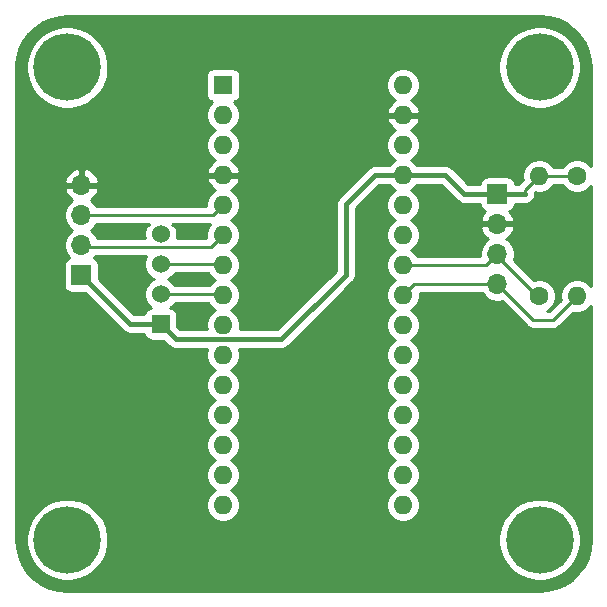
<source format=gbr>
%TF.GenerationSoftware,KiCad,Pcbnew,5.1.10-88a1d61d58~90~ubuntu20.04.1*%
%TF.CreationDate,2021-10-05T16:38:46-07:00*%
%TF.ProjectId,FilaScale-s,46696c61-5363-4616-9c65-2d732e6b6963,rev?*%
%TF.SameCoordinates,Original*%
%TF.FileFunction,Copper,L1,Top*%
%TF.FilePolarity,Positive*%
%FSLAX46Y46*%
G04 Gerber Fmt 4.6, Leading zero omitted, Abs format (unit mm)*
G04 Created by KiCad (PCBNEW 5.1.10-88a1d61d58~90~ubuntu20.04.1) date 2021-10-05 16:38:46*
%MOMM*%
%LPD*%
G01*
G04 APERTURE LIST*
%TA.AperFunction,ComponentPad*%
%ADD10C,5.700000*%
%TD*%
%TA.AperFunction,ComponentPad*%
%ADD11R,1.524000X1.524000*%
%TD*%
%TA.AperFunction,ComponentPad*%
%ADD12C,1.524000*%
%TD*%
%TA.AperFunction,ComponentPad*%
%ADD13R,1.600000X1.600000*%
%TD*%
%TA.AperFunction,ComponentPad*%
%ADD14O,1.600000X1.600000*%
%TD*%
%TA.AperFunction,ComponentPad*%
%ADD15O,1.700000X1.700000*%
%TD*%
%TA.AperFunction,ComponentPad*%
%ADD16R,1.700000X1.700000*%
%TD*%
%TA.AperFunction,ComponentPad*%
%ADD17C,1.600000*%
%TD*%
%TA.AperFunction,ViaPad*%
%ADD18C,0.800000*%
%TD*%
%TA.AperFunction,Conductor*%
%ADD19C,0.400000*%
%TD*%
%TA.AperFunction,Conductor*%
%ADD20C,0.250000*%
%TD*%
%TA.AperFunction,Conductor*%
%ADD21C,0.254000*%
%TD*%
%TA.AperFunction,Conductor*%
%ADD22C,0.100000*%
%TD*%
G04 APERTURE END LIST*
D10*
%TO.P,M3,1*%
%TO.N,N/C*%
X43000000Y-168000000D03*
%TD*%
%TO.P,M3,1*%
%TO.N,N/C*%
X83000000Y-168000000D03*
%TD*%
%TO.P,M3,1*%
%TO.N,N/C*%
X83000000Y-128000000D03*
%TD*%
%TO.P,M3,1*%
%TO.N,N/C*%
X43000000Y-128000000D03*
%TD*%
D11*
%TO.P,J1,1*%
%TO.N,+5V*%
X50914300Y-149733000D03*
D12*
%TO.P,J1,2*%
%TO.N,/PD_SCK*%
X50914300Y-147193000D03*
%TO.P,J1,3*%
%TO.N,/PD_DOUT*%
X50914300Y-144653000D03*
%TO.P,J1,4*%
%TO.N,GND*%
X50914300Y-142113000D03*
%TD*%
D13*
%TO.P,J2,1*%
%TO.N,Net-(J2-Pad1)*%
X56203101Y-129497501D03*
D14*
%TO.P,J2,17*%
%TO.N,Net-(J2-Pad17)*%
X71443101Y-162517501D03*
%TO.P,J2,2*%
%TO.N,Net-(J2-Pad2)*%
X56203101Y-132037501D03*
%TO.P,J2,18*%
%TO.N,Net-(J2-Pad18)*%
X71443101Y-159977501D03*
%TO.P,J2,3*%
%TO.N,Net-(J2-Pad3)*%
X56203101Y-134577501D03*
%TO.P,J2,19*%
%TO.N,Net-(J2-Pad19)*%
X71443101Y-157437501D03*
%TO.P,J2,4*%
%TO.N,GND*%
X56203101Y-137117501D03*
%TO.P,J2,20*%
%TO.N,Net-(J2-Pad20)*%
X71443101Y-154897501D03*
%TO.P,J2,5*%
%TO.N,/RFID_RXI*%
X56203101Y-139657501D03*
%TO.P,J2,21*%
%TO.N,Net-(J2-Pad21)*%
X71443101Y-152357501D03*
%TO.P,J2,6*%
%TO.N,/RFID_TXO*%
X56203101Y-142197501D03*
%TO.P,J2,22*%
%TO.N,Net-(J2-Pad22)*%
X71443101Y-149817501D03*
%TO.P,J2,7*%
%TO.N,/PD_DOUT*%
X56203101Y-144737501D03*
%TO.P,J2,23*%
%TO.N,/SDA*%
X71443101Y-147277501D03*
%TO.P,J2,8*%
%TO.N,/PD_SCK*%
X56203101Y-147277501D03*
%TO.P,J2,24*%
%TO.N,/SCL*%
X71443101Y-144737501D03*
%TO.P,J2,9*%
%TO.N,Net-(J2-Pad9)*%
X56203101Y-149817501D03*
%TO.P,J2,25*%
%TO.N,Net-(J2-Pad25)*%
X71443101Y-142197501D03*
%TO.P,J2,10*%
%TO.N,Net-(J2-Pad10)*%
X56203101Y-152357501D03*
%TO.P,J2,26*%
%TO.N,Net-(J2-Pad26)*%
X71443101Y-139657501D03*
%TO.P,J2,11*%
%TO.N,Net-(J2-Pad11)*%
X56203101Y-154897501D03*
%TO.P,J2,27*%
%TO.N,+5V*%
X71443101Y-137117501D03*
%TO.P,J2,12*%
%TO.N,Net-(J2-Pad12)*%
X56203101Y-157437501D03*
%TO.P,J2,28*%
%TO.N,Net-(J2-Pad28)*%
X71443101Y-134577501D03*
%TO.P,J2,13*%
%TO.N,Net-(J2-Pad13)*%
X56203101Y-159977501D03*
%TO.P,J2,29*%
%TO.N,GND*%
X71443101Y-132037501D03*
%TO.P,J2,14*%
%TO.N,Net-(J2-Pad14)*%
X56203101Y-162517501D03*
%TO.P,J2,30*%
%TO.N,Net-(J2-Pad30)*%
X71443101Y-129497501D03*
%TO.P,J2,15*%
%TO.N,Net-(J2-Pad15)*%
X56203101Y-165057501D03*
%TO.P,J2,16*%
%TO.N,Net-(J2-Pad16)*%
X71443101Y-165057501D03*
%TD*%
D15*
%TO.P,J3,4*%
%TO.N,/SDA*%
X79425800Y-146342100D03*
%TO.P,J3,3*%
%TO.N,/SCL*%
X79425800Y-143802100D03*
%TO.P,J3,2*%
%TO.N,GND*%
X79425800Y-141262100D03*
D16*
%TO.P,J3,1*%
%TO.N,+5V*%
X79425800Y-138722100D03*
%TD*%
%TO.P,J4,1*%
%TO.N,+5V*%
X44208700Y-145592800D03*
D15*
%TO.P,J4,2*%
%TO.N,/RFID_TXO*%
X44208700Y-143052800D03*
%TO.P,J4,3*%
%TO.N,/RFID_RXI*%
X44208700Y-140512800D03*
%TO.P,J4,4*%
%TO.N,GND*%
X44208700Y-137972800D03*
%TD*%
D14*
%TO.P,R1,2*%
%TO.N,+5V*%
X82960000Y-137190000D03*
D17*
%TO.P,R1,1*%
%TO.N,/SCL*%
X82960000Y-147350000D03*
%TD*%
%TO.P,R2,1*%
%TO.N,+5V*%
X86170000Y-137200000D03*
D14*
%TO.P,R2,2*%
%TO.N,/SDA*%
X86170000Y-147360000D03*
%TD*%
D18*
%TO.N,GND*%
X47790100Y-146291300D03*
X47663100Y-141986000D03*
X53555900Y-141820900D03*
X53390800Y-145796000D03*
X53606700Y-148767800D03*
%TD*%
D19*
%TO.N,+5V*%
X79425800Y-138722100D02*
X81800700Y-138722100D01*
X79425800Y-138722100D02*
X76619100Y-138722100D01*
X75014501Y-137117501D02*
X71443101Y-137117501D01*
X76619100Y-138722100D02*
X75014501Y-137117501D01*
X52198802Y-151017502D02*
X61123298Y-151017502D01*
X50914300Y-149733000D02*
X52198802Y-151017502D01*
X61123298Y-151017502D02*
X66586100Y-145554700D01*
X66586100Y-145554700D02*
X66586100Y-139598400D01*
X69066999Y-137117501D02*
X71443101Y-137117501D01*
X66586100Y-139598400D02*
X69066999Y-137117501D01*
X48348900Y-149733000D02*
X44208700Y-145592800D01*
X50914300Y-149733000D02*
X48348900Y-149733000D01*
D20*
X81800700Y-138349300D02*
X82960000Y-137190000D01*
X81800700Y-138722100D02*
X81800700Y-138349300D01*
X82970000Y-137200000D02*
X82960000Y-137190000D01*
X86170000Y-137200000D02*
X82970000Y-137200000D01*
%TO.N,/PD_SCK*%
X56118600Y-147193000D02*
X56203101Y-147277501D01*
X50914300Y-147193000D02*
X56118600Y-147193000D01*
%TO.N,/PD_DOUT*%
X56118600Y-144653000D02*
X56203101Y-144737501D01*
X50914300Y-144653000D02*
X56118600Y-144653000D01*
%TO.N,/RFID_RXI*%
X55347802Y-140512800D02*
X56203101Y-139657501D01*
X44208700Y-140512800D02*
X55347802Y-140512800D01*
%TO.N,/RFID_TXO*%
X55200601Y-143200001D02*
X56203101Y-142197501D01*
X44355901Y-143200001D02*
X55200601Y-143200001D01*
X44208700Y-143052800D02*
X44355901Y-143200001D01*
%TO.N,/SDA*%
X72378502Y-146342100D02*
X71443101Y-147277501D01*
X79425800Y-146342100D02*
X72378502Y-146342100D01*
X79438500Y-146354800D02*
X79425800Y-146342100D01*
X79425800Y-146342100D02*
X82473700Y-149390000D01*
X84140000Y-149390000D02*
X86170000Y-147360000D01*
X82473700Y-149390000D02*
X84140000Y-149390000D01*
%TO.N,/SCL*%
X78490399Y-144737501D02*
X79425800Y-143802100D01*
X71443101Y-144737501D02*
X78490399Y-144737501D01*
X79438500Y-143814800D02*
X79425800Y-143802100D01*
X82802398Y-147350000D02*
X82960000Y-147350000D01*
X79425800Y-143973402D02*
X82802398Y-147350000D01*
X79425800Y-143802100D02*
X79425800Y-143973402D01*
%TD*%
D21*
%TO.N,GND*%
X83768083Y-123731173D02*
X84511891Y-123934656D01*
X85207905Y-124266638D01*
X85834130Y-124716626D01*
X86370777Y-125270403D01*
X86800871Y-125910451D01*
X87110829Y-126616553D01*
X87292065Y-127371457D01*
X87340001Y-128024220D01*
X87340001Y-136368099D01*
X87284637Y-136285241D01*
X87084759Y-136085363D01*
X86849727Y-135928320D01*
X86588574Y-135820147D01*
X86311335Y-135765000D01*
X86028665Y-135765000D01*
X85751426Y-135820147D01*
X85490273Y-135928320D01*
X85255241Y-136085363D01*
X85055363Y-136285241D01*
X84951957Y-136440000D01*
X84184725Y-136440000D01*
X84074637Y-136275241D01*
X83874759Y-136075363D01*
X83639727Y-135918320D01*
X83378574Y-135810147D01*
X83101335Y-135755000D01*
X82818665Y-135755000D01*
X82541426Y-135810147D01*
X82280273Y-135918320D01*
X82045241Y-136075363D01*
X81845363Y-136275241D01*
X81688320Y-136510273D01*
X81580147Y-136771426D01*
X81525000Y-137048665D01*
X81525000Y-137331335D01*
X81561312Y-137513886D01*
X81289701Y-137785498D01*
X81260699Y-137809299D01*
X81196849Y-137887100D01*
X80913872Y-137887100D01*
X80913872Y-137872100D01*
X80901612Y-137747618D01*
X80865302Y-137627920D01*
X80806337Y-137517606D01*
X80726985Y-137420915D01*
X80630294Y-137341563D01*
X80519980Y-137282598D01*
X80400282Y-137246288D01*
X80275800Y-137234028D01*
X78575800Y-137234028D01*
X78451318Y-137246288D01*
X78331620Y-137282598D01*
X78221306Y-137341563D01*
X78124615Y-137420915D01*
X78045263Y-137517606D01*
X77986298Y-137627920D01*
X77949988Y-137747618D01*
X77937728Y-137872100D01*
X77937728Y-137887100D01*
X76964969Y-137887100D01*
X75633947Y-136556080D01*
X75607792Y-136524210D01*
X75480647Y-136419865D01*
X75335588Y-136342329D01*
X75178190Y-136294583D01*
X75055520Y-136282501D01*
X75055519Y-136282501D01*
X75014501Y-136278461D01*
X74973483Y-136282501D01*
X72611031Y-136282501D01*
X72557738Y-136202742D01*
X72357860Y-136002864D01*
X72125342Y-135847501D01*
X72357860Y-135692138D01*
X72557738Y-135492260D01*
X72714781Y-135257228D01*
X72822954Y-134996075D01*
X72878101Y-134718836D01*
X72878101Y-134436166D01*
X72822954Y-134158927D01*
X72714781Y-133897774D01*
X72557738Y-133662742D01*
X72357860Y-133462864D01*
X72122828Y-133305821D01*
X72112236Y-133301434D01*
X72298232Y-133189886D01*
X72506620Y-133000915D01*
X72674138Y-132774921D01*
X72794347Y-132520588D01*
X72835005Y-132386540D01*
X72713016Y-132164501D01*
X71570101Y-132164501D01*
X71570101Y-132184501D01*
X71316101Y-132184501D01*
X71316101Y-132164501D01*
X70173186Y-132164501D01*
X70051197Y-132386540D01*
X70091855Y-132520588D01*
X70212064Y-132774921D01*
X70379582Y-133000915D01*
X70587970Y-133189886D01*
X70773966Y-133301434D01*
X70763374Y-133305821D01*
X70528342Y-133462864D01*
X70328464Y-133662742D01*
X70171421Y-133897774D01*
X70063248Y-134158927D01*
X70008101Y-134436166D01*
X70008101Y-134718836D01*
X70063248Y-134996075D01*
X70171421Y-135257228D01*
X70328464Y-135492260D01*
X70528342Y-135692138D01*
X70760860Y-135847501D01*
X70528342Y-136002864D01*
X70328464Y-136202742D01*
X70275171Y-136282501D01*
X69108017Y-136282501D01*
X69066998Y-136278461D01*
X69025980Y-136282501D01*
X68903310Y-136294583D01*
X68745912Y-136342329D01*
X68600853Y-136419865D01*
X68473708Y-136524210D01*
X68447558Y-136556074D01*
X66024674Y-138978959D01*
X65992810Y-139005109D01*
X65951992Y-139054846D01*
X65888464Y-139132255D01*
X65810928Y-139277314D01*
X65763182Y-139434712D01*
X65747060Y-139598400D01*
X65751101Y-139639428D01*
X65751100Y-145208831D01*
X60777431Y-150182502D01*
X57593610Y-150182502D01*
X57638101Y-149958836D01*
X57638101Y-149676166D01*
X57582954Y-149398927D01*
X57474781Y-149137774D01*
X57317738Y-148902742D01*
X57117860Y-148702864D01*
X56885342Y-148547501D01*
X57117860Y-148392138D01*
X57317738Y-148192260D01*
X57474781Y-147957228D01*
X57582954Y-147696075D01*
X57638101Y-147418836D01*
X57638101Y-147136166D01*
X57582954Y-146858927D01*
X57474781Y-146597774D01*
X57317738Y-146362742D01*
X57117860Y-146162864D01*
X56885342Y-146007501D01*
X57117860Y-145852138D01*
X57317738Y-145652260D01*
X57474781Y-145417228D01*
X57582954Y-145156075D01*
X57638101Y-144878836D01*
X57638101Y-144596166D01*
X57582954Y-144318927D01*
X57474781Y-144057774D01*
X57317738Y-143822742D01*
X57117860Y-143622864D01*
X56885342Y-143467501D01*
X57117860Y-143312138D01*
X57317738Y-143112260D01*
X57474781Y-142877228D01*
X57582954Y-142616075D01*
X57638101Y-142338836D01*
X57638101Y-142056166D01*
X57582954Y-141778927D01*
X57474781Y-141517774D01*
X57317738Y-141282742D01*
X57117860Y-141082864D01*
X56885342Y-140927501D01*
X57117860Y-140772138D01*
X57317738Y-140572260D01*
X57474781Y-140337228D01*
X57582954Y-140076075D01*
X57638101Y-139798836D01*
X57638101Y-139516166D01*
X57582954Y-139238927D01*
X57474781Y-138977774D01*
X57317738Y-138742742D01*
X57117860Y-138542864D01*
X56882828Y-138385821D01*
X56872236Y-138381434D01*
X57058232Y-138269886D01*
X57266620Y-138080915D01*
X57434138Y-137854921D01*
X57554347Y-137600588D01*
X57595005Y-137466540D01*
X57473016Y-137244501D01*
X56330101Y-137244501D01*
X56330101Y-137264501D01*
X56076101Y-137264501D01*
X56076101Y-137244501D01*
X54933186Y-137244501D01*
X54811197Y-137466540D01*
X54851855Y-137600588D01*
X54972064Y-137854921D01*
X55139582Y-138080915D01*
X55347970Y-138269886D01*
X55533966Y-138381434D01*
X55523374Y-138385821D01*
X55288342Y-138542864D01*
X55088464Y-138742742D01*
X54931421Y-138977774D01*
X54823248Y-139238927D01*
X54768101Y-139516166D01*
X54768101Y-139752800D01*
X45486878Y-139752800D01*
X45362175Y-139566168D01*
X45155332Y-139359325D01*
X44973166Y-139237605D01*
X45090055Y-139167978D01*
X45306288Y-138973069D01*
X45480341Y-138739720D01*
X45605525Y-138476899D01*
X45650176Y-138329690D01*
X45528855Y-138099800D01*
X44335700Y-138099800D01*
X44335700Y-138119800D01*
X44081700Y-138119800D01*
X44081700Y-138099800D01*
X42888545Y-138099800D01*
X42767224Y-138329690D01*
X42811875Y-138476899D01*
X42937059Y-138739720D01*
X43111112Y-138973069D01*
X43327345Y-139167978D01*
X43444234Y-139237605D01*
X43262068Y-139359325D01*
X43055225Y-139566168D01*
X42892710Y-139809389D01*
X42780768Y-140079642D01*
X42723700Y-140366540D01*
X42723700Y-140659060D01*
X42780768Y-140945958D01*
X42892710Y-141216211D01*
X43055225Y-141459432D01*
X43262068Y-141666275D01*
X43436460Y-141782800D01*
X43262068Y-141899325D01*
X43055225Y-142106168D01*
X42892710Y-142349389D01*
X42780768Y-142619642D01*
X42723700Y-142906540D01*
X42723700Y-143199060D01*
X42780768Y-143485958D01*
X42892710Y-143756211D01*
X43055225Y-143999432D01*
X43187080Y-144131287D01*
X43114520Y-144153298D01*
X43004206Y-144212263D01*
X42907515Y-144291615D01*
X42828163Y-144388306D01*
X42769198Y-144498620D01*
X42732888Y-144618318D01*
X42720628Y-144742800D01*
X42720628Y-146442800D01*
X42732888Y-146567282D01*
X42769198Y-146686980D01*
X42828163Y-146797294D01*
X42907515Y-146893985D01*
X43004206Y-146973337D01*
X43114520Y-147032302D01*
X43234218Y-147068612D01*
X43358700Y-147080872D01*
X44515905Y-147080872D01*
X47729459Y-150294427D01*
X47755609Y-150326291D01*
X47874925Y-150424211D01*
X47882754Y-150430636D01*
X48027813Y-150508172D01*
X48185211Y-150555918D01*
X48348900Y-150572040D01*
X48389918Y-150568000D01*
X49521418Y-150568000D01*
X49526488Y-150619482D01*
X49562798Y-150739180D01*
X49621763Y-150849494D01*
X49701115Y-150946185D01*
X49797806Y-151025537D01*
X49908120Y-151084502D01*
X50027818Y-151120812D01*
X50152300Y-151133072D01*
X51133504Y-151133072D01*
X51579360Y-151578928D01*
X51605511Y-151610793D01*
X51687128Y-151677774D01*
X51732656Y-151715138D01*
X51877715Y-151792674D01*
X52035113Y-151840420D01*
X52198801Y-151856542D01*
X52239820Y-151852502D01*
X54859046Y-151852502D01*
X54823248Y-151938927D01*
X54768101Y-152216166D01*
X54768101Y-152498836D01*
X54823248Y-152776075D01*
X54931421Y-153037228D01*
X55088464Y-153272260D01*
X55288342Y-153472138D01*
X55520860Y-153627501D01*
X55288342Y-153782864D01*
X55088464Y-153982742D01*
X54931421Y-154217774D01*
X54823248Y-154478927D01*
X54768101Y-154756166D01*
X54768101Y-155038836D01*
X54823248Y-155316075D01*
X54931421Y-155577228D01*
X55088464Y-155812260D01*
X55288342Y-156012138D01*
X55520860Y-156167501D01*
X55288342Y-156322864D01*
X55088464Y-156522742D01*
X54931421Y-156757774D01*
X54823248Y-157018927D01*
X54768101Y-157296166D01*
X54768101Y-157578836D01*
X54823248Y-157856075D01*
X54931421Y-158117228D01*
X55088464Y-158352260D01*
X55288342Y-158552138D01*
X55520860Y-158707501D01*
X55288342Y-158862864D01*
X55088464Y-159062742D01*
X54931421Y-159297774D01*
X54823248Y-159558927D01*
X54768101Y-159836166D01*
X54768101Y-160118836D01*
X54823248Y-160396075D01*
X54931421Y-160657228D01*
X55088464Y-160892260D01*
X55288342Y-161092138D01*
X55520860Y-161247501D01*
X55288342Y-161402864D01*
X55088464Y-161602742D01*
X54931421Y-161837774D01*
X54823248Y-162098927D01*
X54768101Y-162376166D01*
X54768101Y-162658836D01*
X54823248Y-162936075D01*
X54931421Y-163197228D01*
X55088464Y-163432260D01*
X55288342Y-163632138D01*
X55520860Y-163787501D01*
X55288342Y-163942864D01*
X55088464Y-164142742D01*
X54931421Y-164377774D01*
X54823248Y-164638927D01*
X54768101Y-164916166D01*
X54768101Y-165198836D01*
X54823248Y-165476075D01*
X54931421Y-165737228D01*
X55088464Y-165972260D01*
X55288342Y-166172138D01*
X55523374Y-166329181D01*
X55784527Y-166437354D01*
X56061766Y-166492501D01*
X56344436Y-166492501D01*
X56621675Y-166437354D01*
X56882828Y-166329181D01*
X57117860Y-166172138D01*
X57317738Y-165972260D01*
X57474781Y-165737228D01*
X57582954Y-165476075D01*
X57638101Y-165198836D01*
X57638101Y-164916166D01*
X57582954Y-164638927D01*
X57474781Y-164377774D01*
X57317738Y-164142742D01*
X57117860Y-163942864D01*
X56885342Y-163787501D01*
X57117860Y-163632138D01*
X57317738Y-163432260D01*
X57474781Y-163197228D01*
X57582954Y-162936075D01*
X57638101Y-162658836D01*
X57638101Y-162376166D01*
X57582954Y-162098927D01*
X57474781Y-161837774D01*
X57317738Y-161602742D01*
X57117860Y-161402864D01*
X56885342Y-161247501D01*
X57117860Y-161092138D01*
X57317738Y-160892260D01*
X57474781Y-160657228D01*
X57582954Y-160396075D01*
X57638101Y-160118836D01*
X57638101Y-159836166D01*
X57582954Y-159558927D01*
X57474781Y-159297774D01*
X57317738Y-159062742D01*
X57117860Y-158862864D01*
X56885342Y-158707501D01*
X57117860Y-158552138D01*
X57317738Y-158352260D01*
X57474781Y-158117228D01*
X57582954Y-157856075D01*
X57638101Y-157578836D01*
X57638101Y-157296166D01*
X57582954Y-157018927D01*
X57474781Y-156757774D01*
X57317738Y-156522742D01*
X57117860Y-156322864D01*
X56885342Y-156167501D01*
X57117860Y-156012138D01*
X57317738Y-155812260D01*
X57474781Y-155577228D01*
X57582954Y-155316075D01*
X57638101Y-155038836D01*
X57638101Y-154756166D01*
X57582954Y-154478927D01*
X57474781Y-154217774D01*
X57317738Y-153982742D01*
X57117860Y-153782864D01*
X56885342Y-153627501D01*
X57117860Y-153472138D01*
X57317738Y-153272260D01*
X57474781Y-153037228D01*
X57582954Y-152776075D01*
X57638101Y-152498836D01*
X57638101Y-152216166D01*
X57582954Y-151938927D01*
X57547156Y-151852502D01*
X61082280Y-151852502D01*
X61123298Y-151856542D01*
X61164316Y-151852502D01*
X61164317Y-151852502D01*
X61286987Y-151840420D01*
X61444385Y-151792674D01*
X61589444Y-151715138D01*
X61716589Y-151610793D01*
X61742744Y-151578923D01*
X67147533Y-146174136D01*
X67179391Y-146147991D01*
X67212310Y-146107880D01*
X67283736Y-146020846D01*
X67361272Y-145875787D01*
X67397461Y-145756488D01*
X67409018Y-145718389D01*
X67421100Y-145595719D01*
X67421100Y-145595718D01*
X67425140Y-145554700D01*
X67421100Y-145513682D01*
X67421100Y-139944267D01*
X69412867Y-137952501D01*
X70275171Y-137952501D01*
X70328464Y-138032260D01*
X70528342Y-138232138D01*
X70760860Y-138387501D01*
X70528342Y-138542864D01*
X70328464Y-138742742D01*
X70171421Y-138977774D01*
X70063248Y-139238927D01*
X70008101Y-139516166D01*
X70008101Y-139798836D01*
X70063248Y-140076075D01*
X70171421Y-140337228D01*
X70328464Y-140572260D01*
X70528342Y-140772138D01*
X70760860Y-140927501D01*
X70528342Y-141082864D01*
X70328464Y-141282742D01*
X70171421Y-141517774D01*
X70063248Y-141778927D01*
X70008101Y-142056166D01*
X70008101Y-142338836D01*
X70063248Y-142616075D01*
X70171421Y-142877228D01*
X70328464Y-143112260D01*
X70528342Y-143312138D01*
X70760860Y-143467501D01*
X70528342Y-143622864D01*
X70328464Y-143822742D01*
X70171421Y-144057774D01*
X70063248Y-144318927D01*
X70008101Y-144596166D01*
X70008101Y-144878836D01*
X70063248Y-145156075D01*
X70171421Y-145417228D01*
X70328464Y-145652260D01*
X70528342Y-145852138D01*
X70760860Y-146007501D01*
X70528342Y-146162864D01*
X70328464Y-146362742D01*
X70171421Y-146597774D01*
X70063248Y-146858927D01*
X70008101Y-147136166D01*
X70008101Y-147418836D01*
X70063248Y-147696075D01*
X70171421Y-147957228D01*
X70328464Y-148192260D01*
X70528342Y-148392138D01*
X70760860Y-148547501D01*
X70528342Y-148702864D01*
X70328464Y-148902742D01*
X70171421Y-149137774D01*
X70063248Y-149398927D01*
X70008101Y-149676166D01*
X70008101Y-149958836D01*
X70063248Y-150236075D01*
X70171421Y-150497228D01*
X70328464Y-150732260D01*
X70528342Y-150932138D01*
X70760860Y-151087501D01*
X70528342Y-151242864D01*
X70328464Y-151442742D01*
X70171421Y-151677774D01*
X70063248Y-151938927D01*
X70008101Y-152216166D01*
X70008101Y-152498836D01*
X70063248Y-152776075D01*
X70171421Y-153037228D01*
X70328464Y-153272260D01*
X70528342Y-153472138D01*
X70760860Y-153627501D01*
X70528342Y-153782864D01*
X70328464Y-153982742D01*
X70171421Y-154217774D01*
X70063248Y-154478927D01*
X70008101Y-154756166D01*
X70008101Y-155038836D01*
X70063248Y-155316075D01*
X70171421Y-155577228D01*
X70328464Y-155812260D01*
X70528342Y-156012138D01*
X70760860Y-156167501D01*
X70528342Y-156322864D01*
X70328464Y-156522742D01*
X70171421Y-156757774D01*
X70063248Y-157018927D01*
X70008101Y-157296166D01*
X70008101Y-157578836D01*
X70063248Y-157856075D01*
X70171421Y-158117228D01*
X70328464Y-158352260D01*
X70528342Y-158552138D01*
X70760860Y-158707501D01*
X70528342Y-158862864D01*
X70328464Y-159062742D01*
X70171421Y-159297774D01*
X70063248Y-159558927D01*
X70008101Y-159836166D01*
X70008101Y-160118836D01*
X70063248Y-160396075D01*
X70171421Y-160657228D01*
X70328464Y-160892260D01*
X70528342Y-161092138D01*
X70760860Y-161247501D01*
X70528342Y-161402864D01*
X70328464Y-161602742D01*
X70171421Y-161837774D01*
X70063248Y-162098927D01*
X70008101Y-162376166D01*
X70008101Y-162658836D01*
X70063248Y-162936075D01*
X70171421Y-163197228D01*
X70328464Y-163432260D01*
X70528342Y-163632138D01*
X70760860Y-163787501D01*
X70528342Y-163942864D01*
X70328464Y-164142742D01*
X70171421Y-164377774D01*
X70063248Y-164638927D01*
X70008101Y-164916166D01*
X70008101Y-165198836D01*
X70063248Y-165476075D01*
X70171421Y-165737228D01*
X70328464Y-165972260D01*
X70528342Y-166172138D01*
X70763374Y-166329181D01*
X71024527Y-166437354D01*
X71301766Y-166492501D01*
X71584436Y-166492501D01*
X71861675Y-166437354D01*
X72122828Y-166329181D01*
X72357860Y-166172138D01*
X72557738Y-165972260D01*
X72714781Y-165737228D01*
X72822954Y-165476075D01*
X72878101Y-165198836D01*
X72878101Y-164916166D01*
X72822954Y-164638927D01*
X72714781Y-164377774D01*
X72557738Y-164142742D01*
X72357860Y-163942864D01*
X72125342Y-163787501D01*
X72357860Y-163632138D01*
X72557738Y-163432260D01*
X72714781Y-163197228D01*
X72822954Y-162936075D01*
X72878101Y-162658836D01*
X72878101Y-162376166D01*
X72822954Y-162098927D01*
X72714781Y-161837774D01*
X72557738Y-161602742D01*
X72357860Y-161402864D01*
X72125342Y-161247501D01*
X72357860Y-161092138D01*
X72557738Y-160892260D01*
X72714781Y-160657228D01*
X72822954Y-160396075D01*
X72878101Y-160118836D01*
X72878101Y-159836166D01*
X72822954Y-159558927D01*
X72714781Y-159297774D01*
X72557738Y-159062742D01*
X72357860Y-158862864D01*
X72125342Y-158707501D01*
X72357860Y-158552138D01*
X72557738Y-158352260D01*
X72714781Y-158117228D01*
X72822954Y-157856075D01*
X72878101Y-157578836D01*
X72878101Y-157296166D01*
X72822954Y-157018927D01*
X72714781Y-156757774D01*
X72557738Y-156522742D01*
X72357860Y-156322864D01*
X72125342Y-156167501D01*
X72357860Y-156012138D01*
X72557738Y-155812260D01*
X72714781Y-155577228D01*
X72822954Y-155316075D01*
X72878101Y-155038836D01*
X72878101Y-154756166D01*
X72822954Y-154478927D01*
X72714781Y-154217774D01*
X72557738Y-153982742D01*
X72357860Y-153782864D01*
X72125342Y-153627501D01*
X72357860Y-153472138D01*
X72557738Y-153272260D01*
X72714781Y-153037228D01*
X72822954Y-152776075D01*
X72878101Y-152498836D01*
X72878101Y-152216166D01*
X72822954Y-151938927D01*
X72714781Y-151677774D01*
X72557738Y-151442742D01*
X72357860Y-151242864D01*
X72125342Y-151087501D01*
X72357860Y-150932138D01*
X72557738Y-150732260D01*
X72714781Y-150497228D01*
X72822954Y-150236075D01*
X72878101Y-149958836D01*
X72878101Y-149676166D01*
X72822954Y-149398927D01*
X72714781Y-149137774D01*
X72557738Y-148902742D01*
X72357860Y-148702864D01*
X72125342Y-148547501D01*
X72357860Y-148392138D01*
X72557738Y-148192260D01*
X72714781Y-147957228D01*
X72822954Y-147696075D01*
X72878101Y-147418836D01*
X72878101Y-147136166D01*
X72871325Y-147102100D01*
X78147622Y-147102100D01*
X78272325Y-147288732D01*
X78479168Y-147495575D01*
X78722389Y-147658090D01*
X78992642Y-147770032D01*
X79279540Y-147827100D01*
X79572060Y-147827100D01*
X79792208Y-147783309D01*
X81909901Y-149901003D01*
X81933699Y-149930001D01*
X81962697Y-149953799D01*
X82049424Y-150024974D01*
X82181453Y-150095546D01*
X82324714Y-150139003D01*
X82473700Y-150153677D01*
X82511033Y-150150000D01*
X84102678Y-150150000D01*
X84140000Y-150153676D01*
X84177322Y-150150000D01*
X84177333Y-150150000D01*
X84288986Y-150139003D01*
X84432247Y-150095546D01*
X84564276Y-150024974D01*
X84680001Y-149930001D01*
X84703804Y-149900997D01*
X85846114Y-148758688D01*
X86028665Y-148795000D01*
X86311335Y-148795000D01*
X86588574Y-148739853D01*
X86849727Y-148631680D01*
X87084759Y-148474637D01*
X87284637Y-148274759D01*
X87340000Y-148191901D01*
X87340000Y-167970608D01*
X87268827Y-168768083D01*
X87065344Y-169511890D01*
X86733363Y-170207904D01*
X86283374Y-170834130D01*
X85729597Y-171370777D01*
X85089549Y-171800871D01*
X84383447Y-172110829D01*
X83628543Y-172292065D01*
X82975793Y-172340000D01*
X43029392Y-172340000D01*
X42231917Y-172268827D01*
X41488110Y-172065344D01*
X40792096Y-171733363D01*
X40165870Y-171283374D01*
X39629223Y-170729597D01*
X39199129Y-170089549D01*
X38889171Y-169383447D01*
X38707935Y-168628543D01*
X38660000Y-167975793D01*
X38660000Y-167656758D01*
X39515000Y-167656758D01*
X39515000Y-168343242D01*
X39648927Y-169016537D01*
X39911633Y-169650766D01*
X40293024Y-170221558D01*
X40778442Y-170706976D01*
X41349234Y-171088367D01*
X41983463Y-171351073D01*
X42656758Y-171485000D01*
X43343242Y-171485000D01*
X44016537Y-171351073D01*
X44650766Y-171088367D01*
X45221558Y-170706976D01*
X45706976Y-170221558D01*
X46088367Y-169650766D01*
X46351073Y-169016537D01*
X46485000Y-168343242D01*
X46485000Y-167656758D01*
X79515000Y-167656758D01*
X79515000Y-168343242D01*
X79648927Y-169016537D01*
X79911633Y-169650766D01*
X80293024Y-170221558D01*
X80778442Y-170706976D01*
X81349234Y-171088367D01*
X81983463Y-171351073D01*
X82656758Y-171485000D01*
X83343242Y-171485000D01*
X84016537Y-171351073D01*
X84650766Y-171088367D01*
X85221558Y-170706976D01*
X85706976Y-170221558D01*
X86088367Y-169650766D01*
X86351073Y-169016537D01*
X86485000Y-168343242D01*
X86485000Y-167656758D01*
X86351073Y-166983463D01*
X86088367Y-166349234D01*
X85706976Y-165778442D01*
X85221558Y-165293024D01*
X84650766Y-164911633D01*
X84016537Y-164648927D01*
X83343242Y-164515000D01*
X82656758Y-164515000D01*
X81983463Y-164648927D01*
X81349234Y-164911633D01*
X80778442Y-165293024D01*
X80293024Y-165778442D01*
X79911633Y-166349234D01*
X79648927Y-166983463D01*
X79515000Y-167656758D01*
X46485000Y-167656758D01*
X46351073Y-166983463D01*
X46088367Y-166349234D01*
X45706976Y-165778442D01*
X45221558Y-165293024D01*
X44650766Y-164911633D01*
X44016537Y-164648927D01*
X43343242Y-164515000D01*
X42656758Y-164515000D01*
X41983463Y-164648927D01*
X41349234Y-164911633D01*
X40778442Y-165293024D01*
X40293024Y-165778442D01*
X39911633Y-166349234D01*
X39648927Y-166983463D01*
X39515000Y-167656758D01*
X38660000Y-167656758D01*
X38660000Y-137615910D01*
X42767224Y-137615910D01*
X42888545Y-137845800D01*
X44081700Y-137845800D01*
X44081700Y-136651986D01*
X44335700Y-136651986D01*
X44335700Y-137845800D01*
X45528855Y-137845800D01*
X45650176Y-137615910D01*
X45605525Y-137468701D01*
X45480341Y-137205880D01*
X45306288Y-136972531D01*
X45090055Y-136777622D01*
X44839952Y-136628643D01*
X44565591Y-136531319D01*
X44335700Y-136651986D01*
X44081700Y-136651986D01*
X43851809Y-136531319D01*
X43577448Y-136628643D01*
X43327345Y-136777622D01*
X43111112Y-136972531D01*
X42937059Y-137205880D01*
X42811875Y-137468701D01*
X42767224Y-137615910D01*
X38660000Y-137615910D01*
X38660000Y-128029392D01*
X38693256Y-127656758D01*
X39515000Y-127656758D01*
X39515000Y-128343242D01*
X39648927Y-129016537D01*
X39911633Y-129650766D01*
X40293024Y-130221558D01*
X40778442Y-130706976D01*
X41349234Y-131088367D01*
X41983463Y-131351073D01*
X42656758Y-131485000D01*
X43343242Y-131485000D01*
X44016537Y-131351073D01*
X44650766Y-131088367D01*
X45221558Y-130706976D01*
X45706976Y-130221558D01*
X46088367Y-129650766D01*
X46351073Y-129016537D01*
X46414533Y-128697501D01*
X54765029Y-128697501D01*
X54765029Y-130297501D01*
X54777289Y-130421983D01*
X54813599Y-130541681D01*
X54872564Y-130651995D01*
X54951916Y-130748686D01*
X55048607Y-130828038D01*
X55158921Y-130887003D01*
X55278619Y-130923313D01*
X55287062Y-130924144D01*
X55088464Y-131122742D01*
X54931421Y-131357774D01*
X54823248Y-131618927D01*
X54768101Y-131896166D01*
X54768101Y-132178836D01*
X54823248Y-132456075D01*
X54931421Y-132717228D01*
X55088464Y-132952260D01*
X55288342Y-133152138D01*
X55520860Y-133307501D01*
X55288342Y-133462864D01*
X55088464Y-133662742D01*
X54931421Y-133897774D01*
X54823248Y-134158927D01*
X54768101Y-134436166D01*
X54768101Y-134718836D01*
X54823248Y-134996075D01*
X54931421Y-135257228D01*
X55088464Y-135492260D01*
X55288342Y-135692138D01*
X55523374Y-135849181D01*
X55533966Y-135853568D01*
X55347970Y-135965116D01*
X55139582Y-136154087D01*
X54972064Y-136380081D01*
X54851855Y-136634414D01*
X54811197Y-136768462D01*
X54933186Y-136990501D01*
X56076101Y-136990501D01*
X56076101Y-136970501D01*
X56330101Y-136970501D01*
X56330101Y-136990501D01*
X57473016Y-136990501D01*
X57595005Y-136768462D01*
X57554347Y-136634414D01*
X57434138Y-136380081D01*
X57266620Y-136154087D01*
X57058232Y-135965116D01*
X56872236Y-135853568D01*
X56882828Y-135849181D01*
X57117860Y-135692138D01*
X57317738Y-135492260D01*
X57474781Y-135257228D01*
X57582954Y-134996075D01*
X57638101Y-134718836D01*
X57638101Y-134436166D01*
X57582954Y-134158927D01*
X57474781Y-133897774D01*
X57317738Y-133662742D01*
X57117860Y-133462864D01*
X56885342Y-133307501D01*
X57117860Y-133152138D01*
X57317738Y-132952260D01*
X57474781Y-132717228D01*
X57582954Y-132456075D01*
X57638101Y-132178836D01*
X57638101Y-131896166D01*
X57582954Y-131618927D01*
X57474781Y-131357774D01*
X57317738Y-131122742D01*
X57119140Y-130924144D01*
X57127583Y-130923313D01*
X57247281Y-130887003D01*
X57357595Y-130828038D01*
X57454286Y-130748686D01*
X57533638Y-130651995D01*
X57592603Y-130541681D01*
X57628913Y-130421983D01*
X57641173Y-130297501D01*
X57641173Y-129356166D01*
X70008101Y-129356166D01*
X70008101Y-129638836D01*
X70063248Y-129916075D01*
X70171421Y-130177228D01*
X70328464Y-130412260D01*
X70528342Y-130612138D01*
X70763374Y-130769181D01*
X70773966Y-130773568D01*
X70587970Y-130885116D01*
X70379582Y-131074087D01*
X70212064Y-131300081D01*
X70091855Y-131554414D01*
X70051197Y-131688462D01*
X70173186Y-131910501D01*
X71316101Y-131910501D01*
X71316101Y-131890501D01*
X71570101Y-131890501D01*
X71570101Y-131910501D01*
X72713016Y-131910501D01*
X72835005Y-131688462D01*
X72794347Y-131554414D01*
X72674138Y-131300081D01*
X72506620Y-131074087D01*
X72298232Y-130885116D01*
X72112236Y-130773568D01*
X72122828Y-130769181D01*
X72357860Y-130612138D01*
X72557738Y-130412260D01*
X72714781Y-130177228D01*
X72822954Y-129916075D01*
X72878101Y-129638836D01*
X72878101Y-129356166D01*
X72822954Y-129078927D01*
X72714781Y-128817774D01*
X72557738Y-128582742D01*
X72357860Y-128382864D01*
X72122828Y-128225821D01*
X71861675Y-128117648D01*
X71584436Y-128062501D01*
X71301766Y-128062501D01*
X71024527Y-128117648D01*
X70763374Y-128225821D01*
X70528342Y-128382864D01*
X70328464Y-128582742D01*
X70171421Y-128817774D01*
X70063248Y-129078927D01*
X70008101Y-129356166D01*
X57641173Y-129356166D01*
X57641173Y-128697501D01*
X57628913Y-128573019D01*
X57592603Y-128453321D01*
X57533638Y-128343007D01*
X57454286Y-128246316D01*
X57357595Y-128166964D01*
X57247281Y-128107999D01*
X57127583Y-128071689D01*
X57003101Y-128059429D01*
X55403101Y-128059429D01*
X55278619Y-128071689D01*
X55158921Y-128107999D01*
X55048607Y-128166964D01*
X54951916Y-128246316D01*
X54872564Y-128343007D01*
X54813599Y-128453321D01*
X54777289Y-128573019D01*
X54765029Y-128697501D01*
X46414533Y-128697501D01*
X46485000Y-128343242D01*
X46485000Y-127656758D01*
X79515000Y-127656758D01*
X79515000Y-128343242D01*
X79648927Y-129016537D01*
X79911633Y-129650766D01*
X80293024Y-130221558D01*
X80778442Y-130706976D01*
X81349234Y-131088367D01*
X81983463Y-131351073D01*
X82656758Y-131485000D01*
X83343242Y-131485000D01*
X84016537Y-131351073D01*
X84650766Y-131088367D01*
X85221558Y-130706976D01*
X85706976Y-130221558D01*
X86088367Y-129650766D01*
X86351073Y-129016537D01*
X86485000Y-128343242D01*
X86485000Y-127656758D01*
X86351073Y-126983463D01*
X86088367Y-126349234D01*
X85706976Y-125778442D01*
X85221558Y-125293024D01*
X84650766Y-124911633D01*
X84016537Y-124648927D01*
X83343242Y-124515000D01*
X82656758Y-124515000D01*
X81983463Y-124648927D01*
X81349234Y-124911633D01*
X80778442Y-125293024D01*
X80293024Y-125778442D01*
X79911633Y-126349234D01*
X79648927Y-126983463D01*
X79515000Y-127656758D01*
X46485000Y-127656758D01*
X46351073Y-126983463D01*
X46088367Y-126349234D01*
X45706976Y-125778442D01*
X45221558Y-125293024D01*
X44650766Y-124911633D01*
X44016537Y-124648927D01*
X43343242Y-124515000D01*
X42656758Y-124515000D01*
X41983463Y-124648927D01*
X41349234Y-124911633D01*
X40778442Y-125293024D01*
X40293024Y-125778442D01*
X39911633Y-126349234D01*
X39648927Y-126983463D01*
X39515000Y-127656758D01*
X38693256Y-127656758D01*
X38731173Y-127231917D01*
X38934656Y-126488109D01*
X39266638Y-125792095D01*
X39716626Y-125165870D01*
X40270403Y-124629223D01*
X40910451Y-124199129D01*
X41616553Y-123889171D01*
X42371457Y-123707935D01*
X43024207Y-123660000D01*
X82970608Y-123660000D01*
X83768083Y-123731173D01*
%TA.AperFunction,Conductor*%
D22*
G36*
X83768083Y-123731173D02*
G01*
X84511891Y-123934656D01*
X85207905Y-124266638D01*
X85834130Y-124716626D01*
X86370777Y-125270403D01*
X86800871Y-125910451D01*
X87110829Y-126616553D01*
X87292065Y-127371457D01*
X87340001Y-128024220D01*
X87340001Y-136368099D01*
X87284637Y-136285241D01*
X87084759Y-136085363D01*
X86849727Y-135928320D01*
X86588574Y-135820147D01*
X86311335Y-135765000D01*
X86028665Y-135765000D01*
X85751426Y-135820147D01*
X85490273Y-135928320D01*
X85255241Y-136085363D01*
X85055363Y-136285241D01*
X84951957Y-136440000D01*
X84184725Y-136440000D01*
X84074637Y-136275241D01*
X83874759Y-136075363D01*
X83639727Y-135918320D01*
X83378574Y-135810147D01*
X83101335Y-135755000D01*
X82818665Y-135755000D01*
X82541426Y-135810147D01*
X82280273Y-135918320D01*
X82045241Y-136075363D01*
X81845363Y-136275241D01*
X81688320Y-136510273D01*
X81580147Y-136771426D01*
X81525000Y-137048665D01*
X81525000Y-137331335D01*
X81561312Y-137513886D01*
X81289701Y-137785498D01*
X81260699Y-137809299D01*
X81196849Y-137887100D01*
X80913872Y-137887100D01*
X80913872Y-137872100D01*
X80901612Y-137747618D01*
X80865302Y-137627920D01*
X80806337Y-137517606D01*
X80726985Y-137420915D01*
X80630294Y-137341563D01*
X80519980Y-137282598D01*
X80400282Y-137246288D01*
X80275800Y-137234028D01*
X78575800Y-137234028D01*
X78451318Y-137246288D01*
X78331620Y-137282598D01*
X78221306Y-137341563D01*
X78124615Y-137420915D01*
X78045263Y-137517606D01*
X77986298Y-137627920D01*
X77949988Y-137747618D01*
X77937728Y-137872100D01*
X77937728Y-137887100D01*
X76964969Y-137887100D01*
X75633947Y-136556080D01*
X75607792Y-136524210D01*
X75480647Y-136419865D01*
X75335588Y-136342329D01*
X75178190Y-136294583D01*
X75055520Y-136282501D01*
X75055519Y-136282501D01*
X75014501Y-136278461D01*
X74973483Y-136282501D01*
X72611031Y-136282501D01*
X72557738Y-136202742D01*
X72357860Y-136002864D01*
X72125342Y-135847501D01*
X72357860Y-135692138D01*
X72557738Y-135492260D01*
X72714781Y-135257228D01*
X72822954Y-134996075D01*
X72878101Y-134718836D01*
X72878101Y-134436166D01*
X72822954Y-134158927D01*
X72714781Y-133897774D01*
X72557738Y-133662742D01*
X72357860Y-133462864D01*
X72122828Y-133305821D01*
X72112236Y-133301434D01*
X72298232Y-133189886D01*
X72506620Y-133000915D01*
X72674138Y-132774921D01*
X72794347Y-132520588D01*
X72835005Y-132386540D01*
X72713016Y-132164501D01*
X71570101Y-132164501D01*
X71570101Y-132184501D01*
X71316101Y-132184501D01*
X71316101Y-132164501D01*
X70173186Y-132164501D01*
X70051197Y-132386540D01*
X70091855Y-132520588D01*
X70212064Y-132774921D01*
X70379582Y-133000915D01*
X70587970Y-133189886D01*
X70773966Y-133301434D01*
X70763374Y-133305821D01*
X70528342Y-133462864D01*
X70328464Y-133662742D01*
X70171421Y-133897774D01*
X70063248Y-134158927D01*
X70008101Y-134436166D01*
X70008101Y-134718836D01*
X70063248Y-134996075D01*
X70171421Y-135257228D01*
X70328464Y-135492260D01*
X70528342Y-135692138D01*
X70760860Y-135847501D01*
X70528342Y-136002864D01*
X70328464Y-136202742D01*
X70275171Y-136282501D01*
X69108017Y-136282501D01*
X69066998Y-136278461D01*
X69025980Y-136282501D01*
X68903310Y-136294583D01*
X68745912Y-136342329D01*
X68600853Y-136419865D01*
X68473708Y-136524210D01*
X68447558Y-136556074D01*
X66024674Y-138978959D01*
X65992810Y-139005109D01*
X65951992Y-139054846D01*
X65888464Y-139132255D01*
X65810928Y-139277314D01*
X65763182Y-139434712D01*
X65747060Y-139598400D01*
X65751101Y-139639428D01*
X65751100Y-145208831D01*
X60777431Y-150182502D01*
X57593610Y-150182502D01*
X57638101Y-149958836D01*
X57638101Y-149676166D01*
X57582954Y-149398927D01*
X57474781Y-149137774D01*
X57317738Y-148902742D01*
X57117860Y-148702864D01*
X56885342Y-148547501D01*
X57117860Y-148392138D01*
X57317738Y-148192260D01*
X57474781Y-147957228D01*
X57582954Y-147696075D01*
X57638101Y-147418836D01*
X57638101Y-147136166D01*
X57582954Y-146858927D01*
X57474781Y-146597774D01*
X57317738Y-146362742D01*
X57117860Y-146162864D01*
X56885342Y-146007501D01*
X57117860Y-145852138D01*
X57317738Y-145652260D01*
X57474781Y-145417228D01*
X57582954Y-145156075D01*
X57638101Y-144878836D01*
X57638101Y-144596166D01*
X57582954Y-144318927D01*
X57474781Y-144057774D01*
X57317738Y-143822742D01*
X57117860Y-143622864D01*
X56885342Y-143467501D01*
X57117860Y-143312138D01*
X57317738Y-143112260D01*
X57474781Y-142877228D01*
X57582954Y-142616075D01*
X57638101Y-142338836D01*
X57638101Y-142056166D01*
X57582954Y-141778927D01*
X57474781Y-141517774D01*
X57317738Y-141282742D01*
X57117860Y-141082864D01*
X56885342Y-140927501D01*
X57117860Y-140772138D01*
X57317738Y-140572260D01*
X57474781Y-140337228D01*
X57582954Y-140076075D01*
X57638101Y-139798836D01*
X57638101Y-139516166D01*
X57582954Y-139238927D01*
X57474781Y-138977774D01*
X57317738Y-138742742D01*
X57117860Y-138542864D01*
X56882828Y-138385821D01*
X56872236Y-138381434D01*
X57058232Y-138269886D01*
X57266620Y-138080915D01*
X57434138Y-137854921D01*
X57554347Y-137600588D01*
X57595005Y-137466540D01*
X57473016Y-137244501D01*
X56330101Y-137244501D01*
X56330101Y-137264501D01*
X56076101Y-137264501D01*
X56076101Y-137244501D01*
X54933186Y-137244501D01*
X54811197Y-137466540D01*
X54851855Y-137600588D01*
X54972064Y-137854921D01*
X55139582Y-138080915D01*
X55347970Y-138269886D01*
X55533966Y-138381434D01*
X55523374Y-138385821D01*
X55288342Y-138542864D01*
X55088464Y-138742742D01*
X54931421Y-138977774D01*
X54823248Y-139238927D01*
X54768101Y-139516166D01*
X54768101Y-139752800D01*
X45486878Y-139752800D01*
X45362175Y-139566168D01*
X45155332Y-139359325D01*
X44973166Y-139237605D01*
X45090055Y-139167978D01*
X45306288Y-138973069D01*
X45480341Y-138739720D01*
X45605525Y-138476899D01*
X45650176Y-138329690D01*
X45528855Y-138099800D01*
X44335700Y-138099800D01*
X44335700Y-138119800D01*
X44081700Y-138119800D01*
X44081700Y-138099800D01*
X42888545Y-138099800D01*
X42767224Y-138329690D01*
X42811875Y-138476899D01*
X42937059Y-138739720D01*
X43111112Y-138973069D01*
X43327345Y-139167978D01*
X43444234Y-139237605D01*
X43262068Y-139359325D01*
X43055225Y-139566168D01*
X42892710Y-139809389D01*
X42780768Y-140079642D01*
X42723700Y-140366540D01*
X42723700Y-140659060D01*
X42780768Y-140945958D01*
X42892710Y-141216211D01*
X43055225Y-141459432D01*
X43262068Y-141666275D01*
X43436460Y-141782800D01*
X43262068Y-141899325D01*
X43055225Y-142106168D01*
X42892710Y-142349389D01*
X42780768Y-142619642D01*
X42723700Y-142906540D01*
X42723700Y-143199060D01*
X42780768Y-143485958D01*
X42892710Y-143756211D01*
X43055225Y-143999432D01*
X43187080Y-144131287D01*
X43114520Y-144153298D01*
X43004206Y-144212263D01*
X42907515Y-144291615D01*
X42828163Y-144388306D01*
X42769198Y-144498620D01*
X42732888Y-144618318D01*
X42720628Y-144742800D01*
X42720628Y-146442800D01*
X42732888Y-146567282D01*
X42769198Y-146686980D01*
X42828163Y-146797294D01*
X42907515Y-146893985D01*
X43004206Y-146973337D01*
X43114520Y-147032302D01*
X43234218Y-147068612D01*
X43358700Y-147080872D01*
X44515905Y-147080872D01*
X47729459Y-150294427D01*
X47755609Y-150326291D01*
X47874925Y-150424211D01*
X47882754Y-150430636D01*
X48027813Y-150508172D01*
X48185211Y-150555918D01*
X48348900Y-150572040D01*
X48389918Y-150568000D01*
X49521418Y-150568000D01*
X49526488Y-150619482D01*
X49562798Y-150739180D01*
X49621763Y-150849494D01*
X49701115Y-150946185D01*
X49797806Y-151025537D01*
X49908120Y-151084502D01*
X50027818Y-151120812D01*
X50152300Y-151133072D01*
X51133504Y-151133072D01*
X51579360Y-151578928D01*
X51605511Y-151610793D01*
X51687128Y-151677774D01*
X51732656Y-151715138D01*
X51877715Y-151792674D01*
X52035113Y-151840420D01*
X52198801Y-151856542D01*
X52239820Y-151852502D01*
X54859046Y-151852502D01*
X54823248Y-151938927D01*
X54768101Y-152216166D01*
X54768101Y-152498836D01*
X54823248Y-152776075D01*
X54931421Y-153037228D01*
X55088464Y-153272260D01*
X55288342Y-153472138D01*
X55520860Y-153627501D01*
X55288342Y-153782864D01*
X55088464Y-153982742D01*
X54931421Y-154217774D01*
X54823248Y-154478927D01*
X54768101Y-154756166D01*
X54768101Y-155038836D01*
X54823248Y-155316075D01*
X54931421Y-155577228D01*
X55088464Y-155812260D01*
X55288342Y-156012138D01*
X55520860Y-156167501D01*
X55288342Y-156322864D01*
X55088464Y-156522742D01*
X54931421Y-156757774D01*
X54823248Y-157018927D01*
X54768101Y-157296166D01*
X54768101Y-157578836D01*
X54823248Y-157856075D01*
X54931421Y-158117228D01*
X55088464Y-158352260D01*
X55288342Y-158552138D01*
X55520860Y-158707501D01*
X55288342Y-158862864D01*
X55088464Y-159062742D01*
X54931421Y-159297774D01*
X54823248Y-159558927D01*
X54768101Y-159836166D01*
X54768101Y-160118836D01*
X54823248Y-160396075D01*
X54931421Y-160657228D01*
X55088464Y-160892260D01*
X55288342Y-161092138D01*
X55520860Y-161247501D01*
X55288342Y-161402864D01*
X55088464Y-161602742D01*
X54931421Y-161837774D01*
X54823248Y-162098927D01*
X54768101Y-162376166D01*
X54768101Y-162658836D01*
X54823248Y-162936075D01*
X54931421Y-163197228D01*
X55088464Y-163432260D01*
X55288342Y-163632138D01*
X55520860Y-163787501D01*
X55288342Y-163942864D01*
X55088464Y-164142742D01*
X54931421Y-164377774D01*
X54823248Y-164638927D01*
X54768101Y-164916166D01*
X54768101Y-165198836D01*
X54823248Y-165476075D01*
X54931421Y-165737228D01*
X55088464Y-165972260D01*
X55288342Y-166172138D01*
X55523374Y-166329181D01*
X55784527Y-166437354D01*
X56061766Y-166492501D01*
X56344436Y-166492501D01*
X56621675Y-166437354D01*
X56882828Y-166329181D01*
X57117860Y-166172138D01*
X57317738Y-165972260D01*
X57474781Y-165737228D01*
X57582954Y-165476075D01*
X57638101Y-165198836D01*
X57638101Y-164916166D01*
X57582954Y-164638927D01*
X57474781Y-164377774D01*
X57317738Y-164142742D01*
X57117860Y-163942864D01*
X56885342Y-163787501D01*
X57117860Y-163632138D01*
X57317738Y-163432260D01*
X57474781Y-163197228D01*
X57582954Y-162936075D01*
X57638101Y-162658836D01*
X57638101Y-162376166D01*
X57582954Y-162098927D01*
X57474781Y-161837774D01*
X57317738Y-161602742D01*
X57117860Y-161402864D01*
X56885342Y-161247501D01*
X57117860Y-161092138D01*
X57317738Y-160892260D01*
X57474781Y-160657228D01*
X57582954Y-160396075D01*
X57638101Y-160118836D01*
X57638101Y-159836166D01*
X57582954Y-159558927D01*
X57474781Y-159297774D01*
X57317738Y-159062742D01*
X57117860Y-158862864D01*
X56885342Y-158707501D01*
X57117860Y-158552138D01*
X57317738Y-158352260D01*
X57474781Y-158117228D01*
X57582954Y-157856075D01*
X57638101Y-157578836D01*
X57638101Y-157296166D01*
X57582954Y-157018927D01*
X57474781Y-156757774D01*
X57317738Y-156522742D01*
X57117860Y-156322864D01*
X56885342Y-156167501D01*
X57117860Y-156012138D01*
X57317738Y-155812260D01*
X57474781Y-155577228D01*
X57582954Y-155316075D01*
X57638101Y-155038836D01*
X57638101Y-154756166D01*
X57582954Y-154478927D01*
X57474781Y-154217774D01*
X57317738Y-153982742D01*
X57117860Y-153782864D01*
X56885342Y-153627501D01*
X57117860Y-153472138D01*
X57317738Y-153272260D01*
X57474781Y-153037228D01*
X57582954Y-152776075D01*
X57638101Y-152498836D01*
X57638101Y-152216166D01*
X57582954Y-151938927D01*
X57547156Y-151852502D01*
X61082280Y-151852502D01*
X61123298Y-151856542D01*
X61164316Y-151852502D01*
X61164317Y-151852502D01*
X61286987Y-151840420D01*
X61444385Y-151792674D01*
X61589444Y-151715138D01*
X61716589Y-151610793D01*
X61742744Y-151578923D01*
X67147533Y-146174136D01*
X67179391Y-146147991D01*
X67212310Y-146107880D01*
X67283736Y-146020846D01*
X67361272Y-145875787D01*
X67397461Y-145756488D01*
X67409018Y-145718389D01*
X67421100Y-145595719D01*
X67421100Y-145595718D01*
X67425140Y-145554700D01*
X67421100Y-145513682D01*
X67421100Y-139944267D01*
X69412867Y-137952501D01*
X70275171Y-137952501D01*
X70328464Y-138032260D01*
X70528342Y-138232138D01*
X70760860Y-138387501D01*
X70528342Y-138542864D01*
X70328464Y-138742742D01*
X70171421Y-138977774D01*
X70063248Y-139238927D01*
X70008101Y-139516166D01*
X70008101Y-139798836D01*
X70063248Y-140076075D01*
X70171421Y-140337228D01*
X70328464Y-140572260D01*
X70528342Y-140772138D01*
X70760860Y-140927501D01*
X70528342Y-141082864D01*
X70328464Y-141282742D01*
X70171421Y-141517774D01*
X70063248Y-141778927D01*
X70008101Y-142056166D01*
X70008101Y-142338836D01*
X70063248Y-142616075D01*
X70171421Y-142877228D01*
X70328464Y-143112260D01*
X70528342Y-143312138D01*
X70760860Y-143467501D01*
X70528342Y-143622864D01*
X70328464Y-143822742D01*
X70171421Y-144057774D01*
X70063248Y-144318927D01*
X70008101Y-144596166D01*
X70008101Y-144878836D01*
X70063248Y-145156075D01*
X70171421Y-145417228D01*
X70328464Y-145652260D01*
X70528342Y-145852138D01*
X70760860Y-146007501D01*
X70528342Y-146162864D01*
X70328464Y-146362742D01*
X70171421Y-146597774D01*
X70063248Y-146858927D01*
X70008101Y-147136166D01*
X70008101Y-147418836D01*
X70063248Y-147696075D01*
X70171421Y-147957228D01*
X70328464Y-148192260D01*
X70528342Y-148392138D01*
X70760860Y-148547501D01*
X70528342Y-148702864D01*
X70328464Y-148902742D01*
X70171421Y-149137774D01*
X70063248Y-149398927D01*
X70008101Y-149676166D01*
X70008101Y-149958836D01*
X70063248Y-150236075D01*
X70171421Y-150497228D01*
X70328464Y-150732260D01*
X70528342Y-150932138D01*
X70760860Y-151087501D01*
X70528342Y-151242864D01*
X70328464Y-151442742D01*
X70171421Y-151677774D01*
X70063248Y-151938927D01*
X70008101Y-152216166D01*
X70008101Y-152498836D01*
X70063248Y-152776075D01*
X70171421Y-153037228D01*
X70328464Y-153272260D01*
X70528342Y-153472138D01*
X70760860Y-153627501D01*
X70528342Y-153782864D01*
X70328464Y-153982742D01*
X70171421Y-154217774D01*
X70063248Y-154478927D01*
X70008101Y-154756166D01*
X70008101Y-155038836D01*
X70063248Y-155316075D01*
X70171421Y-155577228D01*
X70328464Y-155812260D01*
X70528342Y-156012138D01*
X70760860Y-156167501D01*
X70528342Y-156322864D01*
X70328464Y-156522742D01*
X70171421Y-156757774D01*
X70063248Y-157018927D01*
X70008101Y-157296166D01*
X70008101Y-157578836D01*
X70063248Y-157856075D01*
X70171421Y-158117228D01*
X70328464Y-158352260D01*
X70528342Y-158552138D01*
X70760860Y-158707501D01*
X70528342Y-158862864D01*
X70328464Y-159062742D01*
X70171421Y-159297774D01*
X70063248Y-159558927D01*
X70008101Y-159836166D01*
X70008101Y-160118836D01*
X70063248Y-160396075D01*
X70171421Y-160657228D01*
X70328464Y-160892260D01*
X70528342Y-161092138D01*
X70760860Y-161247501D01*
X70528342Y-161402864D01*
X70328464Y-161602742D01*
X70171421Y-161837774D01*
X70063248Y-162098927D01*
X70008101Y-162376166D01*
X70008101Y-162658836D01*
X70063248Y-162936075D01*
X70171421Y-163197228D01*
X70328464Y-163432260D01*
X70528342Y-163632138D01*
X70760860Y-163787501D01*
X70528342Y-163942864D01*
X70328464Y-164142742D01*
X70171421Y-164377774D01*
X70063248Y-164638927D01*
X70008101Y-164916166D01*
X70008101Y-165198836D01*
X70063248Y-165476075D01*
X70171421Y-165737228D01*
X70328464Y-165972260D01*
X70528342Y-166172138D01*
X70763374Y-166329181D01*
X71024527Y-166437354D01*
X71301766Y-166492501D01*
X71584436Y-166492501D01*
X71861675Y-166437354D01*
X72122828Y-166329181D01*
X72357860Y-166172138D01*
X72557738Y-165972260D01*
X72714781Y-165737228D01*
X72822954Y-165476075D01*
X72878101Y-165198836D01*
X72878101Y-164916166D01*
X72822954Y-164638927D01*
X72714781Y-164377774D01*
X72557738Y-164142742D01*
X72357860Y-163942864D01*
X72125342Y-163787501D01*
X72357860Y-163632138D01*
X72557738Y-163432260D01*
X72714781Y-163197228D01*
X72822954Y-162936075D01*
X72878101Y-162658836D01*
X72878101Y-162376166D01*
X72822954Y-162098927D01*
X72714781Y-161837774D01*
X72557738Y-161602742D01*
X72357860Y-161402864D01*
X72125342Y-161247501D01*
X72357860Y-161092138D01*
X72557738Y-160892260D01*
X72714781Y-160657228D01*
X72822954Y-160396075D01*
X72878101Y-160118836D01*
X72878101Y-159836166D01*
X72822954Y-159558927D01*
X72714781Y-159297774D01*
X72557738Y-159062742D01*
X72357860Y-158862864D01*
X72125342Y-158707501D01*
X72357860Y-158552138D01*
X72557738Y-158352260D01*
X72714781Y-158117228D01*
X72822954Y-157856075D01*
X72878101Y-157578836D01*
X72878101Y-157296166D01*
X72822954Y-157018927D01*
X72714781Y-156757774D01*
X72557738Y-156522742D01*
X72357860Y-156322864D01*
X72125342Y-156167501D01*
X72357860Y-156012138D01*
X72557738Y-155812260D01*
X72714781Y-155577228D01*
X72822954Y-155316075D01*
X72878101Y-155038836D01*
X72878101Y-154756166D01*
X72822954Y-154478927D01*
X72714781Y-154217774D01*
X72557738Y-153982742D01*
X72357860Y-153782864D01*
X72125342Y-153627501D01*
X72357860Y-153472138D01*
X72557738Y-153272260D01*
X72714781Y-153037228D01*
X72822954Y-152776075D01*
X72878101Y-152498836D01*
X72878101Y-152216166D01*
X72822954Y-151938927D01*
X72714781Y-151677774D01*
X72557738Y-151442742D01*
X72357860Y-151242864D01*
X72125342Y-151087501D01*
X72357860Y-150932138D01*
X72557738Y-150732260D01*
X72714781Y-150497228D01*
X72822954Y-150236075D01*
X72878101Y-149958836D01*
X72878101Y-149676166D01*
X72822954Y-149398927D01*
X72714781Y-149137774D01*
X72557738Y-148902742D01*
X72357860Y-148702864D01*
X72125342Y-148547501D01*
X72357860Y-148392138D01*
X72557738Y-148192260D01*
X72714781Y-147957228D01*
X72822954Y-147696075D01*
X72878101Y-147418836D01*
X72878101Y-147136166D01*
X72871325Y-147102100D01*
X78147622Y-147102100D01*
X78272325Y-147288732D01*
X78479168Y-147495575D01*
X78722389Y-147658090D01*
X78992642Y-147770032D01*
X79279540Y-147827100D01*
X79572060Y-147827100D01*
X79792208Y-147783309D01*
X81909901Y-149901003D01*
X81933699Y-149930001D01*
X81962697Y-149953799D01*
X82049424Y-150024974D01*
X82181453Y-150095546D01*
X82324714Y-150139003D01*
X82473700Y-150153677D01*
X82511033Y-150150000D01*
X84102678Y-150150000D01*
X84140000Y-150153676D01*
X84177322Y-150150000D01*
X84177333Y-150150000D01*
X84288986Y-150139003D01*
X84432247Y-150095546D01*
X84564276Y-150024974D01*
X84680001Y-149930001D01*
X84703804Y-149900997D01*
X85846114Y-148758688D01*
X86028665Y-148795000D01*
X86311335Y-148795000D01*
X86588574Y-148739853D01*
X86849727Y-148631680D01*
X87084759Y-148474637D01*
X87284637Y-148274759D01*
X87340000Y-148191901D01*
X87340000Y-167970608D01*
X87268827Y-168768083D01*
X87065344Y-169511890D01*
X86733363Y-170207904D01*
X86283374Y-170834130D01*
X85729597Y-171370777D01*
X85089549Y-171800871D01*
X84383447Y-172110829D01*
X83628543Y-172292065D01*
X82975793Y-172340000D01*
X43029392Y-172340000D01*
X42231917Y-172268827D01*
X41488110Y-172065344D01*
X40792096Y-171733363D01*
X40165870Y-171283374D01*
X39629223Y-170729597D01*
X39199129Y-170089549D01*
X38889171Y-169383447D01*
X38707935Y-168628543D01*
X38660000Y-167975793D01*
X38660000Y-167656758D01*
X39515000Y-167656758D01*
X39515000Y-168343242D01*
X39648927Y-169016537D01*
X39911633Y-169650766D01*
X40293024Y-170221558D01*
X40778442Y-170706976D01*
X41349234Y-171088367D01*
X41983463Y-171351073D01*
X42656758Y-171485000D01*
X43343242Y-171485000D01*
X44016537Y-171351073D01*
X44650766Y-171088367D01*
X45221558Y-170706976D01*
X45706976Y-170221558D01*
X46088367Y-169650766D01*
X46351073Y-169016537D01*
X46485000Y-168343242D01*
X46485000Y-167656758D01*
X79515000Y-167656758D01*
X79515000Y-168343242D01*
X79648927Y-169016537D01*
X79911633Y-169650766D01*
X80293024Y-170221558D01*
X80778442Y-170706976D01*
X81349234Y-171088367D01*
X81983463Y-171351073D01*
X82656758Y-171485000D01*
X83343242Y-171485000D01*
X84016537Y-171351073D01*
X84650766Y-171088367D01*
X85221558Y-170706976D01*
X85706976Y-170221558D01*
X86088367Y-169650766D01*
X86351073Y-169016537D01*
X86485000Y-168343242D01*
X86485000Y-167656758D01*
X86351073Y-166983463D01*
X86088367Y-166349234D01*
X85706976Y-165778442D01*
X85221558Y-165293024D01*
X84650766Y-164911633D01*
X84016537Y-164648927D01*
X83343242Y-164515000D01*
X82656758Y-164515000D01*
X81983463Y-164648927D01*
X81349234Y-164911633D01*
X80778442Y-165293024D01*
X80293024Y-165778442D01*
X79911633Y-166349234D01*
X79648927Y-166983463D01*
X79515000Y-167656758D01*
X46485000Y-167656758D01*
X46351073Y-166983463D01*
X46088367Y-166349234D01*
X45706976Y-165778442D01*
X45221558Y-165293024D01*
X44650766Y-164911633D01*
X44016537Y-164648927D01*
X43343242Y-164515000D01*
X42656758Y-164515000D01*
X41983463Y-164648927D01*
X41349234Y-164911633D01*
X40778442Y-165293024D01*
X40293024Y-165778442D01*
X39911633Y-166349234D01*
X39648927Y-166983463D01*
X39515000Y-167656758D01*
X38660000Y-167656758D01*
X38660000Y-137615910D01*
X42767224Y-137615910D01*
X42888545Y-137845800D01*
X44081700Y-137845800D01*
X44081700Y-136651986D01*
X44335700Y-136651986D01*
X44335700Y-137845800D01*
X45528855Y-137845800D01*
X45650176Y-137615910D01*
X45605525Y-137468701D01*
X45480341Y-137205880D01*
X45306288Y-136972531D01*
X45090055Y-136777622D01*
X44839952Y-136628643D01*
X44565591Y-136531319D01*
X44335700Y-136651986D01*
X44081700Y-136651986D01*
X43851809Y-136531319D01*
X43577448Y-136628643D01*
X43327345Y-136777622D01*
X43111112Y-136972531D01*
X42937059Y-137205880D01*
X42811875Y-137468701D01*
X42767224Y-137615910D01*
X38660000Y-137615910D01*
X38660000Y-128029392D01*
X38693256Y-127656758D01*
X39515000Y-127656758D01*
X39515000Y-128343242D01*
X39648927Y-129016537D01*
X39911633Y-129650766D01*
X40293024Y-130221558D01*
X40778442Y-130706976D01*
X41349234Y-131088367D01*
X41983463Y-131351073D01*
X42656758Y-131485000D01*
X43343242Y-131485000D01*
X44016537Y-131351073D01*
X44650766Y-131088367D01*
X45221558Y-130706976D01*
X45706976Y-130221558D01*
X46088367Y-129650766D01*
X46351073Y-129016537D01*
X46414533Y-128697501D01*
X54765029Y-128697501D01*
X54765029Y-130297501D01*
X54777289Y-130421983D01*
X54813599Y-130541681D01*
X54872564Y-130651995D01*
X54951916Y-130748686D01*
X55048607Y-130828038D01*
X55158921Y-130887003D01*
X55278619Y-130923313D01*
X55287062Y-130924144D01*
X55088464Y-131122742D01*
X54931421Y-131357774D01*
X54823248Y-131618927D01*
X54768101Y-131896166D01*
X54768101Y-132178836D01*
X54823248Y-132456075D01*
X54931421Y-132717228D01*
X55088464Y-132952260D01*
X55288342Y-133152138D01*
X55520860Y-133307501D01*
X55288342Y-133462864D01*
X55088464Y-133662742D01*
X54931421Y-133897774D01*
X54823248Y-134158927D01*
X54768101Y-134436166D01*
X54768101Y-134718836D01*
X54823248Y-134996075D01*
X54931421Y-135257228D01*
X55088464Y-135492260D01*
X55288342Y-135692138D01*
X55523374Y-135849181D01*
X55533966Y-135853568D01*
X55347970Y-135965116D01*
X55139582Y-136154087D01*
X54972064Y-136380081D01*
X54851855Y-136634414D01*
X54811197Y-136768462D01*
X54933186Y-136990501D01*
X56076101Y-136990501D01*
X56076101Y-136970501D01*
X56330101Y-136970501D01*
X56330101Y-136990501D01*
X57473016Y-136990501D01*
X57595005Y-136768462D01*
X57554347Y-136634414D01*
X57434138Y-136380081D01*
X57266620Y-136154087D01*
X57058232Y-135965116D01*
X56872236Y-135853568D01*
X56882828Y-135849181D01*
X57117860Y-135692138D01*
X57317738Y-135492260D01*
X57474781Y-135257228D01*
X57582954Y-134996075D01*
X57638101Y-134718836D01*
X57638101Y-134436166D01*
X57582954Y-134158927D01*
X57474781Y-133897774D01*
X57317738Y-133662742D01*
X57117860Y-133462864D01*
X56885342Y-133307501D01*
X57117860Y-133152138D01*
X57317738Y-132952260D01*
X57474781Y-132717228D01*
X57582954Y-132456075D01*
X57638101Y-132178836D01*
X57638101Y-131896166D01*
X57582954Y-131618927D01*
X57474781Y-131357774D01*
X57317738Y-131122742D01*
X57119140Y-130924144D01*
X57127583Y-130923313D01*
X57247281Y-130887003D01*
X57357595Y-130828038D01*
X57454286Y-130748686D01*
X57533638Y-130651995D01*
X57592603Y-130541681D01*
X57628913Y-130421983D01*
X57641173Y-130297501D01*
X57641173Y-129356166D01*
X70008101Y-129356166D01*
X70008101Y-129638836D01*
X70063248Y-129916075D01*
X70171421Y-130177228D01*
X70328464Y-130412260D01*
X70528342Y-130612138D01*
X70763374Y-130769181D01*
X70773966Y-130773568D01*
X70587970Y-130885116D01*
X70379582Y-131074087D01*
X70212064Y-131300081D01*
X70091855Y-131554414D01*
X70051197Y-131688462D01*
X70173186Y-131910501D01*
X71316101Y-131910501D01*
X71316101Y-131890501D01*
X71570101Y-131890501D01*
X71570101Y-131910501D01*
X72713016Y-131910501D01*
X72835005Y-131688462D01*
X72794347Y-131554414D01*
X72674138Y-131300081D01*
X72506620Y-131074087D01*
X72298232Y-130885116D01*
X72112236Y-130773568D01*
X72122828Y-130769181D01*
X72357860Y-130612138D01*
X72557738Y-130412260D01*
X72714781Y-130177228D01*
X72822954Y-129916075D01*
X72878101Y-129638836D01*
X72878101Y-129356166D01*
X72822954Y-129078927D01*
X72714781Y-128817774D01*
X72557738Y-128582742D01*
X72357860Y-128382864D01*
X72122828Y-128225821D01*
X71861675Y-128117648D01*
X71584436Y-128062501D01*
X71301766Y-128062501D01*
X71024527Y-128117648D01*
X70763374Y-128225821D01*
X70528342Y-128382864D01*
X70328464Y-128582742D01*
X70171421Y-128817774D01*
X70063248Y-129078927D01*
X70008101Y-129356166D01*
X57641173Y-129356166D01*
X57641173Y-128697501D01*
X57628913Y-128573019D01*
X57592603Y-128453321D01*
X57533638Y-128343007D01*
X57454286Y-128246316D01*
X57357595Y-128166964D01*
X57247281Y-128107999D01*
X57127583Y-128071689D01*
X57003101Y-128059429D01*
X55403101Y-128059429D01*
X55278619Y-128071689D01*
X55158921Y-128107999D01*
X55048607Y-128166964D01*
X54951916Y-128246316D01*
X54872564Y-128343007D01*
X54813599Y-128453321D01*
X54777289Y-128573019D01*
X54765029Y-128697501D01*
X46414533Y-128697501D01*
X46485000Y-128343242D01*
X46485000Y-127656758D01*
X79515000Y-127656758D01*
X79515000Y-128343242D01*
X79648927Y-129016537D01*
X79911633Y-129650766D01*
X80293024Y-130221558D01*
X80778442Y-130706976D01*
X81349234Y-131088367D01*
X81983463Y-131351073D01*
X82656758Y-131485000D01*
X83343242Y-131485000D01*
X84016537Y-131351073D01*
X84650766Y-131088367D01*
X85221558Y-130706976D01*
X85706976Y-130221558D01*
X86088367Y-129650766D01*
X86351073Y-129016537D01*
X86485000Y-128343242D01*
X86485000Y-127656758D01*
X86351073Y-126983463D01*
X86088367Y-126349234D01*
X85706976Y-125778442D01*
X85221558Y-125293024D01*
X84650766Y-124911633D01*
X84016537Y-124648927D01*
X83343242Y-124515000D01*
X82656758Y-124515000D01*
X81983463Y-124648927D01*
X81349234Y-124911633D01*
X80778442Y-125293024D01*
X80293024Y-125778442D01*
X79911633Y-126349234D01*
X79648927Y-126983463D01*
X79515000Y-127656758D01*
X46485000Y-127656758D01*
X46351073Y-126983463D01*
X46088367Y-126349234D01*
X45706976Y-125778442D01*
X45221558Y-125293024D01*
X44650766Y-124911633D01*
X44016537Y-124648927D01*
X43343242Y-124515000D01*
X42656758Y-124515000D01*
X41983463Y-124648927D01*
X41349234Y-124911633D01*
X40778442Y-125293024D01*
X40293024Y-125778442D01*
X39911633Y-126349234D01*
X39648927Y-126983463D01*
X39515000Y-127656758D01*
X38693256Y-127656758D01*
X38731173Y-127231917D01*
X38934656Y-126488109D01*
X39266638Y-125792095D01*
X39716626Y-125165870D01*
X40270403Y-124629223D01*
X40910451Y-124199129D01*
X41616553Y-123889171D01*
X42371457Y-123707935D01*
X43024207Y-123660000D01*
X82970608Y-123660000D01*
X83768083Y-123731173D01*
G37*
%TD.AperFunction*%
D21*
X54931421Y-147957228D02*
X55088464Y-148192260D01*
X55288342Y-148392138D01*
X55520860Y-148547501D01*
X55288342Y-148702864D01*
X55088464Y-148902742D01*
X54931421Y-149137774D01*
X54823248Y-149398927D01*
X54768101Y-149676166D01*
X54768101Y-149958836D01*
X54812592Y-150182502D01*
X52544670Y-150182502D01*
X52314372Y-149952204D01*
X52314372Y-148971000D01*
X52302112Y-148846518D01*
X52265802Y-148726820D01*
X52206837Y-148616506D01*
X52127485Y-148519815D01*
X52030794Y-148440463D01*
X51920480Y-148381498D01*
X51800782Y-148345188D01*
X51716835Y-148336920D01*
X51804835Y-148278120D01*
X51999420Y-148083535D01*
X52086641Y-147953000D01*
X54929670Y-147953000D01*
X54931421Y-147957228D01*
%TA.AperFunction,Conductor*%
D22*
G36*
X54931421Y-147957228D02*
G01*
X55088464Y-148192260D01*
X55288342Y-148392138D01*
X55520860Y-148547501D01*
X55288342Y-148702864D01*
X55088464Y-148902742D01*
X54931421Y-149137774D01*
X54823248Y-149398927D01*
X54768101Y-149676166D01*
X54768101Y-149958836D01*
X54812592Y-150182502D01*
X52544670Y-150182502D01*
X52314372Y-149952204D01*
X52314372Y-148971000D01*
X52302112Y-148846518D01*
X52265802Y-148726820D01*
X52206837Y-148616506D01*
X52127485Y-148519815D01*
X52030794Y-148440463D01*
X51920480Y-148381498D01*
X51800782Y-148345188D01*
X51716835Y-148336920D01*
X51804835Y-148278120D01*
X51999420Y-148083535D01*
X52086641Y-147953000D01*
X54929670Y-147953000D01*
X54931421Y-147957228D01*
G37*
%TD.AperFunction*%
D21*
X49676295Y-143991273D02*
X49570986Y-144245510D01*
X49517300Y-144515408D01*
X49517300Y-144790592D01*
X49570986Y-145060490D01*
X49676295Y-145314727D01*
X49829180Y-145543535D01*
X50023765Y-145738120D01*
X50252573Y-145891005D01*
X50329815Y-145923000D01*
X50252573Y-145954995D01*
X50023765Y-146107880D01*
X49829180Y-146302465D01*
X49676295Y-146531273D01*
X49570986Y-146785510D01*
X49517300Y-147055408D01*
X49517300Y-147330592D01*
X49570986Y-147600490D01*
X49676295Y-147854727D01*
X49829180Y-148083535D01*
X50023765Y-148278120D01*
X50111765Y-148336920D01*
X50027818Y-148345188D01*
X49908120Y-148381498D01*
X49797806Y-148440463D01*
X49701115Y-148519815D01*
X49621763Y-148616506D01*
X49562798Y-148726820D01*
X49526488Y-148846518D01*
X49521418Y-148898000D01*
X48694768Y-148898000D01*
X45696772Y-145900005D01*
X45696772Y-144742800D01*
X45684512Y-144618318D01*
X45648202Y-144498620D01*
X45589237Y-144388306D01*
X45509885Y-144291615D01*
X45413194Y-144212263D01*
X45302880Y-144153298D01*
X45230320Y-144131287D01*
X45362175Y-143999432D01*
X45388522Y-143960001D01*
X49697190Y-143960001D01*
X49676295Y-143991273D01*
%TA.AperFunction,Conductor*%
D22*
G36*
X49676295Y-143991273D02*
G01*
X49570986Y-144245510D01*
X49517300Y-144515408D01*
X49517300Y-144790592D01*
X49570986Y-145060490D01*
X49676295Y-145314727D01*
X49829180Y-145543535D01*
X50023765Y-145738120D01*
X50252573Y-145891005D01*
X50329815Y-145923000D01*
X50252573Y-145954995D01*
X50023765Y-146107880D01*
X49829180Y-146302465D01*
X49676295Y-146531273D01*
X49570986Y-146785510D01*
X49517300Y-147055408D01*
X49517300Y-147330592D01*
X49570986Y-147600490D01*
X49676295Y-147854727D01*
X49829180Y-148083535D01*
X50023765Y-148278120D01*
X50111765Y-148336920D01*
X50027818Y-148345188D01*
X49908120Y-148381498D01*
X49797806Y-148440463D01*
X49701115Y-148519815D01*
X49621763Y-148616506D01*
X49562798Y-148726820D01*
X49526488Y-148846518D01*
X49521418Y-148898000D01*
X48694768Y-148898000D01*
X45696772Y-145900005D01*
X45696772Y-144742800D01*
X45684512Y-144618318D01*
X45648202Y-144498620D01*
X45589237Y-144388306D01*
X45509885Y-144291615D01*
X45413194Y-144212263D01*
X45302880Y-144153298D01*
X45230320Y-144131287D01*
X45362175Y-143999432D01*
X45388522Y-143960001D01*
X49697190Y-143960001D01*
X49676295Y-143991273D01*
G37*
%TD.AperFunction*%
D21*
X75999663Y-139283532D02*
X76025809Y-139315391D01*
X76057668Y-139341537D01*
X76057670Y-139341539D01*
X76146307Y-139414281D01*
X76152954Y-139419736D01*
X76298013Y-139497272D01*
X76455411Y-139545018D01*
X76578081Y-139557100D01*
X76578082Y-139557100D01*
X76619100Y-139561140D01*
X76660118Y-139557100D01*
X77937728Y-139557100D01*
X77937728Y-139572100D01*
X77949988Y-139696582D01*
X77986298Y-139816280D01*
X78045263Y-139926594D01*
X78124615Y-140023285D01*
X78221306Y-140102637D01*
X78331620Y-140161602D01*
X78412266Y-140186066D01*
X78328212Y-140261831D01*
X78154159Y-140495180D01*
X78028975Y-140758001D01*
X77984324Y-140905210D01*
X78105645Y-141135100D01*
X79298800Y-141135100D01*
X79298800Y-141115100D01*
X79552800Y-141115100D01*
X79552800Y-141135100D01*
X80745955Y-141135100D01*
X80867276Y-140905210D01*
X80822625Y-140758001D01*
X80697441Y-140495180D01*
X80523388Y-140261831D01*
X80439334Y-140186066D01*
X80519980Y-140161602D01*
X80630294Y-140102637D01*
X80726985Y-140023285D01*
X80806337Y-139926594D01*
X80865302Y-139816280D01*
X80901612Y-139696582D01*
X80913872Y-139572100D01*
X80913872Y-139557100D01*
X81841719Y-139557100D01*
X81964389Y-139545018D01*
X82121787Y-139497272D01*
X82266846Y-139419736D01*
X82393991Y-139315391D01*
X82498336Y-139188246D01*
X82575872Y-139043187D01*
X82623618Y-138885789D01*
X82639740Y-138722100D01*
X82627453Y-138597348D01*
X82636114Y-138588688D01*
X82818665Y-138625000D01*
X83101335Y-138625000D01*
X83378574Y-138569853D01*
X83639727Y-138461680D01*
X83874759Y-138304637D01*
X84074637Y-138104759D01*
X84171362Y-137960000D01*
X84951957Y-137960000D01*
X85055363Y-138114759D01*
X85255241Y-138314637D01*
X85490273Y-138471680D01*
X85751426Y-138579853D01*
X86028665Y-138635000D01*
X86311335Y-138635000D01*
X86588574Y-138579853D01*
X86849727Y-138471680D01*
X87084759Y-138314637D01*
X87284637Y-138114759D01*
X87340001Y-138031901D01*
X87340001Y-146528099D01*
X87284637Y-146445241D01*
X87084759Y-146245363D01*
X86849727Y-146088320D01*
X86588574Y-145980147D01*
X86311335Y-145925000D01*
X86028665Y-145925000D01*
X85751426Y-145980147D01*
X85490273Y-146088320D01*
X85255241Y-146245363D01*
X85055363Y-146445241D01*
X84898320Y-146680273D01*
X84790147Y-146941426D01*
X84735000Y-147218665D01*
X84735000Y-147501335D01*
X84771312Y-147683886D01*
X83825199Y-148630000D01*
X83619641Y-148630000D01*
X83639727Y-148621680D01*
X83874759Y-148464637D01*
X84074637Y-148264759D01*
X84231680Y-148029727D01*
X84339853Y-147768574D01*
X84395000Y-147491335D01*
X84395000Y-147208665D01*
X84339853Y-146931426D01*
X84231680Y-146670273D01*
X84074637Y-146435241D01*
X83874759Y-146235363D01*
X83639727Y-146078320D01*
X83378574Y-145970147D01*
X83101335Y-145915000D01*
X82818665Y-145915000D01*
X82541426Y-145970147D01*
X82510257Y-145983058D01*
X80826998Y-144299799D01*
X80853732Y-144235258D01*
X80910800Y-143948360D01*
X80910800Y-143655840D01*
X80853732Y-143368942D01*
X80741790Y-143098689D01*
X80579275Y-142855468D01*
X80372432Y-142648625D01*
X80190266Y-142526905D01*
X80307155Y-142457278D01*
X80523388Y-142262369D01*
X80697441Y-142029020D01*
X80822625Y-141766199D01*
X80867276Y-141618990D01*
X80745955Y-141389100D01*
X79552800Y-141389100D01*
X79552800Y-141409100D01*
X79298800Y-141409100D01*
X79298800Y-141389100D01*
X78105645Y-141389100D01*
X77984324Y-141618990D01*
X78028975Y-141766199D01*
X78154159Y-142029020D01*
X78328212Y-142262369D01*
X78544445Y-142457278D01*
X78661334Y-142526905D01*
X78479168Y-142648625D01*
X78272325Y-142855468D01*
X78109810Y-143098689D01*
X77997868Y-143368942D01*
X77940800Y-143655840D01*
X77940800Y-143948360D01*
X77946597Y-143977501D01*
X72661144Y-143977501D01*
X72557738Y-143822742D01*
X72357860Y-143622864D01*
X72125342Y-143467501D01*
X72357860Y-143312138D01*
X72557738Y-143112260D01*
X72714781Y-142877228D01*
X72822954Y-142616075D01*
X72878101Y-142338836D01*
X72878101Y-142056166D01*
X72822954Y-141778927D01*
X72714781Y-141517774D01*
X72557738Y-141282742D01*
X72357860Y-141082864D01*
X72125342Y-140927501D01*
X72357860Y-140772138D01*
X72557738Y-140572260D01*
X72714781Y-140337228D01*
X72822954Y-140076075D01*
X72878101Y-139798836D01*
X72878101Y-139516166D01*
X72822954Y-139238927D01*
X72714781Y-138977774D01*
X72557738Y-138742742D01*
X72357860Y-138542864D01*
X72125342Y-138387501D01*
X72357860Y-138232138D01*
X72557738Y-138032260D01*
X72611031Y-137952501D01*
X74668634Y-137952501D01*
X75999663Y-139283532D01*
%TA.AperFunction,Conductor*%
D22*
G36*
X75999663Y-139283532D02*
G01*
X76025809Y-139315391D01*
X76057668Y-139341537D01*
X76057670Y-139341539D01*
X76146307Y-139414281D01*
X76152954Y-139419736D01*
X76298013Y-139497272D01*
X76455411Y-139545018D01*
X76578081Y-139557100D01*
X76578082Y-139557100D01*
X76619100Y-139561140D01*
X76660118Y-139557100D01*
X77937728Y-139557100D01*
X77937728Y-139572100D01*
X77949988Y-139696582D01*
X77986298Y-139816280D01*
X78045263Y-139926594D01*
X78124615Y-140023285D01*
X78221306Y-140102637D01*
X78331620Y-140161602D01*
X78412266Y-140186066D01*
X78328212Y-140261831D01*
X78154159Y-140495180D01*
X78028975Y-140758001D01*
X77984324Y-140905210D01*
X78105645Y-141135100D01*
X79298800Y-141135100D01*
X79298800Y-141115100D01*
X79552800Y-141115100D01*
X79552800Y-141135100D01*
X80745955Y-141135100D01*
X80867276Y-140905210D01*
X80822625Y-140758001D01*
X80697441Y-140495180D01*
X80523388Y-140261831D01*
X80439334Y-140186066D01*
X80519980Y-140161602D01*
X80630294Y-140102637D01*
X80726985Y-140023285D01*
X80806337Y-139926594D01*
X80865302Y-139816280D01*
X80901612Y-139696582D01*
X80913872Y-139572100D01*
X80913872Y-139557100D01*
X81841719Y-139557100D01*
X81964389Y-139545018D01*
X82121787Y-139497272D01*
X82266846Y-139419736D01*
X82393991Y-139315391D01*
X82498336Y-139188246D01*
X82575872Y-139043187D01*
X82623618Y-138885789D01*
X82639740Y-138722100D01*
X82627453Y-138597348D01*
X82636114Y-138588688D01*
X82818665Y-138625000D01*
X83101335Y-138625000D01*
X83378574Y-138569853D01*
X83639727Y-138461680D01*
X83874759Y-138304637D01*
X84074637Y-138104759D01*
X84171362Y-137960000D01*
X84951957Y-137960000D01*
X85055363Y-138114759D01*
X85255241Y-138314637D01*
X85490273Y-138471680D01*
X85751426Y-138579853D01*
X86028665Y-138635000D01*
X86311335Y-138635000D01*
X86588574Y-138579853D01*
X86849727Y-138471680D01*
X87084759Y-138314637D01*
X87284637Y-138114759D01*
X87340001Y-138031901D01*
X87340001Y-146528099D01*
X87284637Y-146445241D01*
X87084759Y-146245363D01*
X86849727Y-146088320D01*
X86588574Y-145980147D01*
X86311335Y-145925000D01*
X86028665Y-145925000D01*
X85751426Y-145980147D01*
X85490273Y-146088320D01*
X85255241Y-146245363D01*
X85055363Y-146445241D01*
X84898320Y-146680273D01*
X84790147Y-146941426D01*
X84735000Y-147218665D01*
X84735000Y-147501335D01*
X84771312Y-147683886D01*
X83825199Y-148630000D01*
X83619641Y-148630000D01*
X83639727Y-148621680D01*
X83874759Y-148464637D01*
X84074637Y-148264759D01*
X84231680Y-148029727D01*
X84339853Y-147768574D01*
X84395000Y-147491335D01*
X84395000Y-147208665D01*
X84339853Y-146931426D01*
X84231680Y-146670273D01*
X84074637Y-146435241D01*
X83874759Y-146235363D01*
X83639727Y-146078320D01*
X83378574Y-145970147D01*
X83101335Y-145915000D01*
X82818665Y-145915000D01*
X82541426Y-145970147D01*
X82510257Y-145983058D01*
X80826998Y-144299799D01*
X80853732Y-144235258D01*
X80910800Y-143948360D01*
X80910800Y-143655840D01*
X80853732Y-143368942D01*
X80741790Y-143098689D01*
X80579275Y-142855468D01*
X80372432Y-142648625D01*
X80190266Y-142526905D01*
X80307155Y-142457278D01*
X80523388Y-142262369D01*
X80697441Y-142029020D01*
X80822625Y-141766199D01*
X80867276Y-141618990D01*
X80745955Y-141389100D01*
X79552800Y-141389100D01*
X79552800Y-141409100D01*
X79298800Y-141409100D01*
X79298800Y-141389100D01*
X78105645Y-141389100D01*
X77984324Y-141618990D01*
X78028975Y-141766199D01*
X78154159Y-142029020D01*
X78328212Y-142262369D01*
X78544445Y-142457278D01*
X78661334Y-142526905D01*
X78479168Y-142648625D01*
X78272325Y-142855468D01*
X78109810Y-143098689D01*
X77997868Y-143368942D01*
X77940800Y-143655840D01*
X77940800Y-143948360D01*
X77946597Y-143977501D01*
X72661144Y-143977501D01*
X72557738Y-143822742D01*
X72357860Y-143622864D01*
X72125342Y-143467501D01*
X72357860Y-143312138D01*
X72557738Y-143112260D01*
X72714781Y-142877228D01*
X72822954Y-142616075D01*
X72878101Y-142338836D01*
X72878101Y-142056166D01*
X72822954Y-141778927D01*
X72714781Y-141517774D01*
X72557738Y-141282742D01*
X72357860Y-141082864D01*
X72125342Y-140927501D01*
X72357860Y-140772138D01*
X72557738Y-140572260D01*
X72714781Y-140337228D01*
X72822954Y-140076075D01*
X72878101Y-139798836D01*
X72878101Y-139516166D01*
X72822954Y-139238927D01*
X72714781Y-138977774D01*
X72557738Y-138742742D01*
X72357860Y-138542864D01*
X72125342Y-138387501D01*
X72357860Y-138232138D01*
X72557738Y-138032260D01*
X72611031Y-137952501D01*
X74668634Y-137952501D01*
X75999663Y-139283532D01*
G37*
%TD.AperFunction*%
D21*
X54931421Y-145417228D02*
X55088464Y-145652260D01*
X55288342Y-145852138D01*
X55520860Y-146007501D01*
X55288342Y-146162864D01*
X55088464Y-146362742D01*
X55041519Y-146433000D01*
X52086641Y-146433000D01*
X51999420Y-146302465D01*
X51804835Y-146107880D01*
X51576027Y-145954995D01*
X51498785Y-145923000D01*
X51576027Y-145891005D01*
X51804835Y-145738120D01*
X51999420Y-145543535D01*
X52086641Y-145413000D01*
X54929670Y-145413000D01*
X54931421Y-145417228D01*
%TA.AperFunction,Conductor*%
D22*
G36*
X54931421Y-145417228D02*
G01*
X55088464Y-145652260D01*
X55288342Y-145852138D01*
X55520860Y-146007501D01*
X55288342Y-146162864D01*
X55088464Y-146362742D01*
X55041519Y-146433000D01*
X52086641Y-146433000D01*
X51999420Y-146302465D01*
X51804835Y-146107880D01*
X51576027Y-145954995D01*
X51498785Y-145923000D01*
X51576027Y-145891005D01*
X51804835Y-145738120D01*
X51999420Y-145543535D01*
X52086641Y-145413000D01*
X54929670Y-145413000D01*
X54931421Y-145417228D01*
G37*
%TD.AperFunction*%
D21*
X55088464Y-141282742D02*
X54931421Y-141517774D01*
X54823248Y-141778927D01*
X54768101Y-142056166D01*
X54768101Y-142338836D01*
X54788224Y-142440001D01*
X52272524Y-142440001D01*
X52303323Y-142315865D01*
X52316210Y-142040983D01*
X52275222Y-141768867D01*
X52181936Y-141509977D01*
X52119956Y-141394020D01*
X51879867Y-141327041D01*
X51934108Y-141272800D01*
X55098406Y-141272800D01*
X55088464Y-141282742D01*
%TA.AperFunction,Conductor*%
D22*
G36*
X55088464Y-141282742D02*
G01*
X54931421Y-141517774D01*
X54823248Y-141778927D01*
X54768101Y-142056166D01*
X54768101Y-142338836D01*
X54788224Y-142440001D01*
X52272524Y-142440001D01*
X52303323Y-142315865D01*
X52316210Y-142040983D01*
X52275222Y-141768867D01*
X52181936Y-141509977D01*
X52119956Y-141394020D01*
X51879867Y-141327041D01*
X51934108Y-141272800D01*
X55098406Y-141272800D01*
X55088464Y-141282742D01*
G37*
%TD.AperFunction*%
D21*
X49948733Y-141327041D02*
X49708644Y-141394020D01*
X49591544Y-141643048D01*
X49525277Y-141910135D01*
X49512390Y-142185017D01*
X49550797Y-142440001D01*
X45562223Y-142440001D01*
X45524690Y-142349389D01*
X45362175Y-142106168D01*
X45155332Y-141899325D01*
X44980940Y-141782800D01*
X45155332Y-141666275D01*
X45362175Y-141459432D01*
X45486878Y-141272800D01*
X49894492Y-141272800D01*
X49948733Y-141327041D01*
%TA.AperFunction,Conductor*%
D22*
G36*
X49948733Y-141327041D02*
G01*
X49708644Y-141394020D01*
X49591544Y-141643048D01*
X49525277Y-141910135D01*
X49512390Y-142185017D01*
X49550797Y-142440001D01*
X45562223Y-142440001D01*
X45524690Y-142349389D01*
X45362175Y-142106168D01*
X45155332Y-141899325D01*
X44980940Y-141782800D01*
X45155332Y-141666275D01*
X45362175Y-141459432D01*
X45486878Y-141272800D01*
X49894492Y-141272800D01*
X49948733Y-141327041D01*
G37*
%TD.AperFunction*%
D21*
X51108048Y-142098858D02*
X51093905Y-142113000D01*
X51108048Y-142127143D01*
X50928443Y-142306748D01*
X50914300Y-142292605D01*
X50900158Y-142306748D01*
X50720553Y-142127143D01*
X50734695Y-142113000D01*
X50720553Y-142098858D01*
X50900158Y-141919253D01*
X50914300Y-141933395D01*
X50928443Y-141919253D01*
X51108048Y-142098858D01*
%TA.AperFunction,Conductor*%
D22*
G36*
X51108048Y-142098858D02*
G01*
X51093905Y-142113000D01*
X51108048Y-142127143D01*
X50928443Y-142306748D01*
X50914300Y-142292605D01*
X50900158Y-142306748D01*
X50720553Y-142127143D01*
X50734695Y-142113000D01*
X50720553Y-142098858D01*
X50900158Y-141919253D01*
X50914300Y-141933395D01*
X50928443Y-141919253D01*
X51108048Y-142098858D01*
G37*
%TD.AperFunction*%
%TD*%
M02*

</source>
